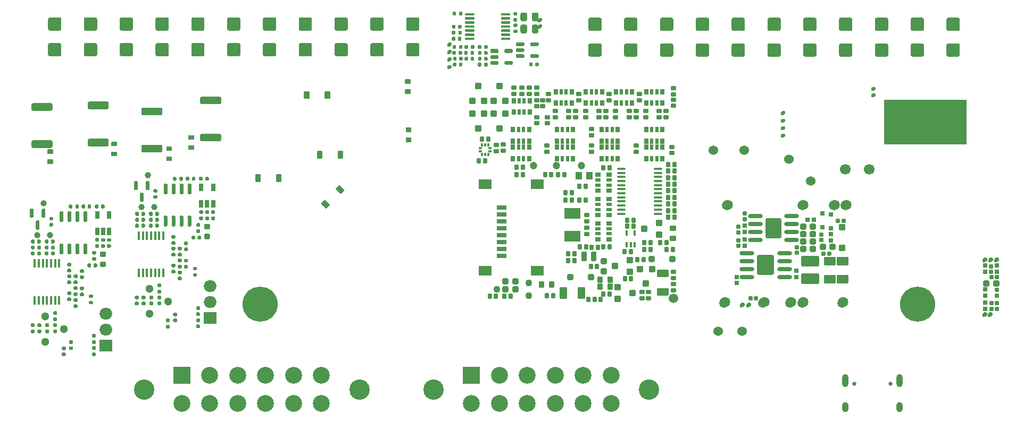
<source format=gbs>
G75*
G70*
%OFA0B0*%
%FSLAX25Y25*%
%IPPOS*%
%LPD*%
%AMOC8*
5,1,8,0,0,1.08239X$1,22.5*
%
%AMM116*
21,1,0.025200,0.019680,-0.000000,0.000000,90.000000*
21,1,0.015750,0.029130,-0.000000,0.000000,90.000000*
1,1,0.009450,0.009840,0.007870*
1,1,0.009450,0.009840,-0.007870*
1,1,0.009450,-0.009840,-0.007870*
1,1,0.009450,-0.009840,0.007870*
%
%AMM117*
21,1,0.025200,0.019680,-0.000000,0.000000,0.000000*
21,1,0.015750,0.029130,-0.000000,0.000000,0.000000*
1,1,0.009450,0.007870,-0.009840*
1,1,0.009450,-0.007870,-0.009840*
1,1,0.009450,-0.007870,0.009840*
1,1,0.009450,0.007870,0.009840*
%
%AMM124*
21,1,0.038980,0.026770,-0.000000,0.000000,0.000000*
21,1,0.026770,0.038980,-0.000000,0.000000,0.000000*
1,1,0.012210,0.013390,-0.013390*
1,1,0.012210,-0.013390,-0.013390*
1,1,0.012210,-0.013390,0.013390*
1,1,0.012210,0.013390,0.013390*
%
%AMM125*
21,1,0.029130,0.018900,-0.000000,0.000000,270.000000*
21,1,0.018900,0.029130,-0.000000,0.000000,270.000000*
1,1,0.010240,-0.009450,-0.009450*
1,1,0.010240,-0.009450,0.009450*
1,1,0.010240,0.009450,0.009450*
1,1,0.010240,0.009450,-0.009450*
%
%AMM183*
21,1,0.041340,0.026770,0.000000,-0.000000,270.000000*
21,1,0.029130,0.038980,0.000000,-0.000000,270.000000*
1,1,0.012210,-0.013390,-0.014570*
1,1,0.012210,-0.013390,0.014570*
1,1,0.012210,0.013390,0.014570*
1,1,0.012210,0.013390,-0.014570*
%
%AMM184*
21,1,0.076380,0.036220,0.000000,-0.000000,0.000000*
21,1,0.061810,0.050790,0.000000,-0.000000,0.000000*
1,1,0.014570,0.030910,-0.018110*
1,1,0.014570,-0.030910,-0.018110*
1,1,0.014570,-0.030910,0.018110*
1,1,0.014570,0.030910,0.018110*
%
%AMM187*
21,1,0.029130,0.018900,0.000000,-0.000000,0.000000*
21,1,0.018900,0.029130,0.000000,-0.000000,0.000000*
1,1,0.010240,0.009450,-0.009450*
1,1,0.010240,-0.009450,-0.009450*
1,1,0.010240,-0.009450,0.009450*
1,1,0.010240,0.009450,0.009450*
%
%AMM188*
21,1,0.025200,0.019680,0.000000,-0.000000,270.000000*
21,1,0.015750,0.029130,0.000000,-0.000000,270.000000*
1,1,0.009450,-0.009840,-0.007870*
1,1,0.009450,-0.009840,0.007870*
1,1,0.009450,0.009840,0.007870*
1,1,0.009450,0.009840,-0.007870*
%
%AMM189*
21,1,0.025200,0.019680,0.000000,-0.000000,180.000000*
21,1,0.015750,0.029130,0.000000,-0.000000,180.000000*
1,1,0.009450,-0.007870,0.009840*
1,1,0.009450,0.007870,0.009840*
1,1,0.009450,0.007870,-0.009840*
1,1,0.009450,-0.007870,-0.009840*
%
%AMM195*
21,1,0.111810,0.050390,0.000000,-0.000000,0.000000*
21,1,0.093700,0.068500,0.000000,-0.000000,0.000000*
1,1,0.018110,0.046850,-0.025200*
1,1,0.018110,-0.046850,-0.025200*
1,1,0.018110,-0.046850,0.025200*
1,1,0.018110,0.046850,0.025200*
%
%AMM196*
21,1,0.038980,0.026770,0.000000,-0.000000,180.000000*
21,1,0.026770,0.038980,0.000000,-0.000000,180.000000*
1,1,0.012210,-0.013390,0.013390*
1,1,0.012210,0.013390,0.013390*
1,1,0.012210,0.013390,-0.013390*
1,1,0.012210,-0.013390,-0.013390*
%
%AMM197*
21,1,0.029130,0.018900,0.000000,-0.000000,90.000000*
21,1,0.018900,0.029130,0.000000,-0.000000,90.000000*
1,1,0.010240,0.009450,0.009450*
1,1,0.010240,0.009450,-0.009450*
1,1,0.010240,-0.009450,-0.009450*
1,1,0.010240,-0.009450,0.009450*
%
%AMM198*
21,1,0.127560,0.075590,0.000000,-0.000000,90.000000*
21,1,0.103150,0.100000,0.000000,-0.000000,90.000000*
1,1,0.024410,0.037800,0.051580*
1,1,0.024410,0.037800,-0.051580*
1,1,0.024410,-0.037800,-0.051580*
1,1,0.024410,-0.037800,0.051580*
%
%AMM199*
21,1,0.123620,0.083460,0.000000,-0.000000,270.000000*
21,1,0.097240,0.109840,0.000000,-0.000000,270.000000*
1,1,0.026380,-0.041730,-0.048620*
1,1,0.026380,-0.041730,0.048620*
1,1,0.026380,0.041730,0.048620*
1,1,0.026380,0.041730,-0.048620*
%
%AMM271*
21,1,0.029530,0.026380,-0.000000,-0.000000,90.000000*
21,1,0.020470,0.035430,-0.000000,-0.000000,90.000000*
1,1,0.009060,0.013190,0.010240*
1,1,0.009060,0.013190,-0.010240*
1,1,0.009060,-0.013190,-0.010240*
1,1,0.009060,-0.013190,0.010240*
%
%AMM272*
21,1,0.021650,0.027950,-0.000000,-0.000000,90.000000*
21,1,0.014170,0.035430,-0.000000,-0.000000,90.000000*
1,1,0.007480,0.013980,0.007090*
1,1,0.007480,0.013980,-0.007090*
1,1,0.007480,-0.013980,-0.007090*
1,1,0.007480,-0.013980,0.007090*
%
%AMM275*
21,1,0.031500,0.018900,-0.000000,-0.000000,270.000000*
21,1,0.022840,0.027560,-0.000000,-0.000000,270.000000*
1,1,0.008660,-0.009450,-0.011420*
1,1,0.008660,-0.009450,0.011420*
1,1,0.008660,0.009450,0.011420*
1,1,0.008660,0.009450,-0.011420*
%
%AMM277*
21,1,0.031500,0.018900,-0.000000,-0.000000,0.000000*
21,1,0.022840,0.027560,-0.000000,-0.000000,0.000000*
1,1,0.008660,0.011420,-0.009450*
1,1,0.008660,-0.011420,-0.009450*
1,1,0.008660,-0.011420,0.009450*
1,1,0.008660,0.011420,0.009450*
%
%AMM279*
21,1,0.039370,0.030320,-0.000000,-0.000000,90.000000*
21,1,0.028350,0.041340,-0.000000,-0.000000,90.000000*
1,1,0.011020,0.015160,0.014170*
1,1,0.011020,0.015160,-0.014170*
1,1,0.011020,-0.015160,-0.014170*
1,1,0.011020,-0.015160,0.014170*
%
%AMM282*
21,1,0.031500,0.030710,-0.000000,-0.000000,180.000000*
21,1,0.022050,0.040160,-0.000000,-0.000000,180.000000*
1,1,0.009450,-0.011020,0.015350*
1,1,0.009450,0.011020,0.015350*
1,1,0.009450,0.011020,-0.015350*
1,1,0.009450,-0.011020,-0.015350*
%
%AMM297*
21,1,0.037400,0.026770,-0.000000,-0.000000,270.000000*
21,1,0.026770,0.037400,-0.000000,-0.000000,270.000000*
1,1,0.010630,-0.013390,-0.013390*
1,1,0.010630,-0.013390,0.013390*
1,1,0.010630,0.013390,0.013390*
1,1,0.010630,0.013390,-0.013390*
%
%AMM298*
21,1,0.029530,0.026380,-0.000000,-0.000000,180.000000*
21,1,0.020470,0.035430,-0.000000,-0.000000,180.000000*
1,1,0.009060,-0.010240,0.013190*
1,1,0.009060,0.010240,0.013190*
1,1,0.009060,0.010240,-0.013190*
1,1,0.009060,-0.010240,-0.013190*
%
%AMM299*
21,1,0.021650,0.027950,-0.000000,-0.000000,180.000000*
21,1,0.014170,0.035430,-0.000000,-0.000000,180.000000*
1,1,0.007480,-0.007090,0.013980*
1,1,0.007480,0.007090,0.013980*
1,1,0.007480,0.007090,-0.013980*
1,1,0.007480,-0.007090,-0.013980*
%
%AMM300*
21,1,0.037400,0.026770,-0.000000,-0.000000,180.000000*
21,1,0.026770,0.037400,-0.000000,-0.000000,180.000000*
1,1,0.010630,-0.013390,0.013390*
1,1,0.010630,0.013390,0.013390*
1,1,0.010630,0.013390,-0.013390*
1,1,0.010630,-0.013390,-0.013390*
%
%AMM301*
21,1,0.082680,0.045670,-0.000000,-0.000000,0.000000*
21,1,0.067320,0.061020,-0.000000,-0.000000,0.000000*
1,1,0.015350,0.033660,-0.022840*
1,1,0.015350,-0.033660,-0.022840*
1,1,0.015350,-0.033660,0.022840*
1,1,0.015350,0.033660,0.022840*
%
%AMM302*
21,1,0.062990,0.020470,-0.000000,-0.000000,0.000000*
21,1,0.053940,0.029530,-0.000000,-0.000000,0.000000*
1,1,0.009060,0.026970,-0.010240*
1,1,0.009060,-0.026970,-0.010240*
1,1,0.009060,-0.026970,0.010240*
1,1,0.009060,0.026970,0.010240*
%
%AMM303*
21,1,0.039370,0.030320,-0.000000,-0.000000,0.000000*
21,1,0.028350,0.041340,-0.000000,-0.000000,0.000000*
1,1,0.011020,0.014170,-0.015160*
1,1,0.011020,-0.014170,-0.015160*
1,1,0.011020,-0.014170,0.015160*
1,1,0.011020,0.014170,0.015160*
%
%AMM304*
21,1,0.016540,0.028980,-0.000000,-0.000000,0.000000*
21,1,0.010080,0.035430,-0.000000,-0.000000,0.000000*
1,1,0.006460,0.005040,-0.014490*
1,1,0.006460,-0.005040,-0.014490*
1,1,0.006460,-0.005040,0.014490*
1,1,0.006460,0.005040,0.014490*
%
%AMM305*
21,1,0.074800,0.036220,-0.000000,-0.000000,180.000000*
21,1,0.061810,0.049210,-0.000000,-0.000000,180.000000*
1,1,0.012990,-0.030910,0.018110*
1,1,0.012990,0.030910,0.018110*
1,1,0.012990,0.030910,-0.018110*
1,1,0.012990,-0.030910,-0.018110*
%
%AMM306*
21,1,0.039760,0.026770,-0.000000,-0.000000,180.000000*
21,1,0.029130,0.037400,-0.000000,-0.000000,180.000000*
1,1,0.010630,-0.014570,0.013390*
1,1,0.010630,0.014570,0.013390*
1,1,0.010630,0.014570,-0.013390*
1,1,0.010630,-0.014570,-0.013390*
%
%AMM307*
21,1,0.031500,0.049610,-0.000000,-0.000000,180.000000*
21,1,0.022050,0.059060,-0.000000,-0.000000,180.000000*
1,1,0.009450,-0.011020,0.024800*
1,1,0.009450,0.011020,0.024800*
1,1,0.009450,0.011020,-0.024800*
1,1,0.009450,-0.011020,-0.024800*
%
%AMM308*
21,1,0.074800,0.036220,-0.000000,-0.000000,270.000000*
21,1,0.061810,0.049210,-0.000000,-0.000000,270.000000*
1,1,0.012990,-0.018110,-0.030910*
1,1,0.012990,-0.018110,0.030910*
1,1,0.012990,0.018110,0.030910*
1,1,0.012990,0.018110,-0.030910*
%
%AMM309*
21,1,0.031500,0.030710,-0.000000,-0.000000,270.000000*
21,1,0.022050,0.040160,-0.000000,-0.000000,270.000000*
1,1,0.009450,-0.015350,-0.011020*
1,1,0.009450,-0.015350,0.011020*
1,1,0.009450,0.015350,0.011020*
1,1,0.009450,0.015350,-0.011020*
%
%ADD10C,0.06000*%
%ADD119C,0.02913*%
%ADD120C,0.06457*%
%ADD13R,0.10559X0.10559*%
%ADD14C,0.10559*%
%ADD143C,0.05118*%
%ADD15C,0.12756*%
%ADD156C,0.03900*%
%ADD16C,0.22047*%
%ADD17C,0.02362*%
%ADD212C,0.04724*%
%ADD213C,0.04294*%
%ADD238R,0.01772X0.01870*%
%ADD240O,0.05354X0.01378*%
%ADD243R,0.09843X0.07087*%
%ADD244R,0.01870X0.01772*%
%ADD246R,0.04331X0.04724*%
%ADD274M116*%
%ADD275M117*%
%ADD283M124*%
%ADD284M125*%
%ADD285O,0.09213X0.02520*%
%ADD34C,0.05906*%
%ADD343M183*%
%ADD344M184*%
%ADD347M187*%
%ADD348M188*%
%ADD349M189*%
%ADD355M195*%
%ADD356M196*%
%ADD357M197*%
%ADD358M198*%
%ADD359M199*%
%ADD368R,0.07874X0.07500*%
%ADD369O,0.07874X0.07500*%
%ADD371R,0.01772X0.05709*%
%ADD372R,0.02559X0.04803*%
%ADD44C,0.06693*%
%ADD46O,0.03937X0.08268*%
%ADD464M271*%
%ADD465M272*%
%ADD468M275*%
%ADD47O,0.03937X0.06299*%
%ADD470M277*%
%ADD472M279*%
%ADD475M282*%
%ADD490M297*%
%ADD491M298*%
%ADD492M299*%
%ADD493M300*%
%ADD494M301*%
%ADD495M302*%
%ADD496M303*%
%ADD497M304*%
%ADD498M305*%
%ADD499M306*%
%ADD500M307*%
%ADD501M308*%
%ADD502M309*%
%ADD65C,0.00472*%
%ADD66C,0.02559*%
X0000000Y0000000D02*
%LPD*%
G01*
D65*
X0604478Y0177362D02*
X0553297Y0177362D01*
X0553297Y0204921D01*
X0604478Y0204921D01*
X0604478Y0177362D01*
G36*
X0604478Y0177362D02*
G01*
X0553297Y0177362D01*
X0553297Y0204921D01*
X0604478Y0204921D01*
X0604478Y0177362D01*
G37*
D10*
X0464291Y0059646D03*
X0449291Y0059646D03*
D13*
X0294626Y0031890D03*
D14*
X0312146Y0031890D03*
X0329626Y0031890D03*
X0347146Y0031890D03*
X0364626Y0031890D03*
X0382146Y0031890D03*
X0382146Y0014370D03*
X0364626Y0014370D03*
X0347146Y0014370D03*
X0329626Y0014370D03*
X0312146Y0014370D03*
X0294626Y0014370D03*
D15*
X0270866Y0023110D03*
X0405866Y0023110D03*
D16*
X0162106Y0076477D03*
D17*
X0615748Y0104036D03*
X0619488Y0104036D03*
X0623228Y0104036D03*
X0619291Y0069784D03*
X0615748Y0069784D03*
X0280512Y0234744D03*
X0280512Y0239469D03*
X0280512Y0230020D03*
X0280512Y0225295D03*
X0337303Y0250728D03*
X0337303Y0254665D03*
D34*
X0526968Y0077461D03*
X0501772Y0077461D03*
X0494291Y0077461D03*
X0477362Y0077461D03*
D17*
X0467913Y0075689D03*
X0463976Y0075689D03*
D34*
X0452756Y0077461D03*
X0528740Y0138484D03*
X0521457Y0138484D03*
X0501968Y0138484D03*
X0454528Y0138484D03*
G36*
G01*
X0253740Y0233268D02*
X0253740Y0239567D01*
G75*
G02*
X0254724Y0240551I0000984J0000000D01*
G01*
X0261024Y0240551D01*
G75*
G02*
X0262008Y0239567I0000000J-000984D01*
G01*
X0262008Y0233268D01*
G75*
G02*
X0261024Y0232284I-000984J0000000D01*
G01*
X0254724Y0232284D01*
G75*
G02*
X0253740Y0233268I0000000J0000984D01*
G01*
G37*
G36*
G01*
X0231299Y0233268D02*
X0231299Y0239567D01*
G75*
G02*
X0232283Y0240551I0000984J0000000D01*
G01*
X0238583Y0240551D01*
G75*
G02*
X0239567Y0239567I0000000J-000984D01*
G01*
X0239567Y0233268D01*
G75*
G02*
X0238583Y0232284I-000984J0000000D01*
G01*
X0232283Y0232284D01*
G75*
G02*
X0231299Y0233268I0000000J0000984D01*
G01*
G37*
G36*
G01*
X0208858Y0233268D02*
X0208858Y0239567D01*
G75*
G02*
X0209843Y0240551I0000984J0000000D01*
G01*
X0216142Y0240551D01*
G75*
G02*
X0217126Y0239567I0000000J-000984D01*
G01*
X0217126Y0233268D01*
G75*
G02*
X0216142Y0232284I-000984J0000000D01*
G01*
X0209843Y0232284D01*
G75*
G02*
X0208858Y0233268I0000000J0000984D01*
G01*
G37*
G36*
G01*
X0186417Y0233268D02*
X0186417Y0239567D01*
G75*
G02*
X0187402Y0240551I0000984J0000000D01*
G01*
X0193701Y0240551D01*
G75*
G02*
X0194685Y0239567I0000000J-000984D01*
G01*
X0194685Y0233268D01*
G75*
G02*
X0193701Y0232284I-000984J0000000D01*
G01*
X0187402Y0232284D01*
G75*
G02*
X0186417Y0233268I0000000J0000984D01*
G01*
G37*
G36*
G01*
X0163976Y0233268D02*
X0163976Y0239567D01*
G75*
G02*
X0164961Y0240551I0000984J0000000D01*
G01*
X0171260Y0240551D01*
G75*
G02*
X0172244Y0239567I0000000J-000984D01*
G01*
X0172244Y0233268D01*
G75*
G02*
X0171260Y0232284I-000984J0000000D01*
G01*
X0164961Y0232284D01*
G75*
G02*
X0163976Y0233268I0000000J0000984D01*
G01*
G37*
G36*
G01*
X0141535Y0233268D02*
X0141535Y0239567D01*
G75*
G02*
X0142520Y0240551I0000984J0000000D01*
G01*
X0148819Y0240551D01*
G75*
G02*
X0149803Y0239567I0000000J-000984D01*
G01*
X0149803Y0233268D01*
G75*
G02*
X0148819Y0232284I-000984J0000000D01*
G01*
X0142520Y0232284D01*
G75*
G02*
X0141535Y0233268I0000000J0000984D01*
G01*
G37*
G36*
G01*
X0119094Y0233268D02*
X0119094Y0239567D01*
G75*
G02*
X0120079Y0240551I0000984J0000000D01*
G01*
X0126378Y0240551D01*
G75*
G02*
X0127362Y0239567I0000000J-000984D01*
G01*
X0127362Y0233268D01*
G75*
G02*
X0126378Y0232284I-000984J0000000D01*
G01*
X0120079Y0232284D01*
G75*
G02*
X0119094Y0233268I0000000J0000984D01*
G01*
G37*
G36*
G01*
X0096654Y0233268D02*
X0096654Y0239567D01*
G75*
G02*
X0097638Y0240551I0000984J0000000D01*
G01*
X0103937Y0240551D01*
G75*
G02*
X0104921Y0239567I0000000J-000984D01*
G01*
X0104921Y0233268D01*
G75*
G02*
X0103937Y0232284I-000984J0000000D01*
G01*
X0097638Y0232284D01*
G75*
G02*
X0096654Y0233268I0000000J0000984D01*
G01*
G37*
G36*
G01*
X0074213Y0233268D02*
X0074213Y0239567D01*
G75*
G02*
X0075197Y0240551I0000984J0000000D01*
G01*
X0081496Y0240551D01*
G75*
G02*
X0082480Y0239567I0000000J-000984D01*
G01*
X0082480Y0233268D01*
G75*
G02*
X0081496Y0232284I-000984J0000000D01*
G01*
X0075197Y0232284D01*
G75*
G02*
X0074213Y0233268I0000000J0000984D01*
G01*
G37*
G36*
G01*
X0051772Y0233268D02*
X0051772Y0239567D01*
G75*
G02*
X0052756Y0240551I0000984J0000000D01*
G01*
X0059055Y0240551D01*
G75*
G02*
X0060039Y0239567I0000000J-000984D01*
G01*
X0060039Y0233268D01*
G75*
G02*
X0059055Y0232284I-000984J0000000D01*
G01*
X0052756Y0232284D01*
G75*
G02*
X0051772Y0233268I0000000J0000984D01*
G01*
G37*
G36*
G01*
X0029331Y0233268D02*
X0029331Y0239567D01*
G75*
G02*
X0030315Y0240551I0000984J0000000D01*
G01*
X0036614Y0240551D01*
G75*
G02*
X0037598Y0239567I0000000J-000984D01*
G01*
X0037598Y0233268D01*
G75*
G02*
X0036614Y0232284I-000984J0000000D01*
G01*
X0030315Y0232284D01*
G75*
G02*
X0029331Y0233268I0000000J0000984D01*
G01*
G37*
G36*
G01*
X0253740Y0249410D02*
X0253740Y0255709D01*
G75*
G02*
X0254724Y0256693I0000984J0000000D01*
G01*
X0261024Y0256693D01*
G75*
G02*
X0262008Y0255709I0000000J-000984D01*
G01*
X0262008Y0249410D01*
G75*
G02*
X0261024Y0248425I-000984J0000000D01*
G01*
X0254724Y0248425D01*
G75*
G02*
X0253740Y0249410I0000000J0000984D01*
G01*
G37*
G36*
G01*
X0231299Y0249410D02*
X0231299Y0255709D01*
G75*
G02*
X0232283Y0256693I0000984J0000000D01*
G01*
X0238583Y0256693D01*
G75*
G02*
X0239567Y0255709I0000000J-000984D01*
G01*
X0239567Y0249410D01*
G75*
G02*
X0238583Y0248425I-000984J0000000D01*
G01*
X0232283Y0248425D01*
G75*
G02*
X0231299Y0249410I0000000J0000984D01*
G01*
G37*
G36*
G01*
X0208858Y0249410D02*
X0208858Y0255709D01*
G75*
G02*
X0209843Y0256693I0000984J0000000D01*
G01*
X0216142Y0256693D01*
G75*
G02*
X0217126Y0255709I0000000J-000984D01*
G01*
X0217126Y0249410D01*
G75*
G02*
X0216142Y0248425I-000984J0000000D01*
G01*
X0209843Y0248425D01*
G75*
G02*
X0208858Y0249410I0000000J0000984D01*
G01*
G37*
G36*
G01*
X0186417Y0249410D02*
X0186417Y0255709D01*
G75*
G02*
X0187402Y0256693I0000984J0000000D01*
G01*
X0193701Y0256693D01*
G75*
G02*
X0194685Y0255709I0000000J-000984D01*
G01*
X0194685Y0249410D01*
G75*
G02*
X0193701Y0248425I-000984J0000000D01*
G01*
X0187402Y0248425D01*
G75*
G02*
X0186417Y0249410I0000000J0000984D01*
G01*
G37*
G36*
G01*
X0163976Y0249410D02*
X0163976Y0255709D01*
G75*
G02*
X0164961Y0256693I0000984J0000000D01*
G01*
X0171260Y0256693D01*
G75*
G02*
X0172244Y0255709I0000000J-000984D01*
G01*
X0172244Y0249410D01*
G75*
G02*
X0171260Y0248425I-000984J0000000D01*
G01*
X0164961Y0248425D01*
G75*
G02*
X0163976Y0249410I0000000J0000984D01*
G01*
G37*
G36*
G01*
X0141535Y0249410D02*
X0141535Y0255709D01*
G75*
G02*
X0142520Y0256693I0000984J0000000D01*
G01*
X0148819Y0256693D01*
G75*
G02*
X0149803Y0255709I0000000J-000984D01*
G01*
X0149803Y0249410D01*
G75*
G02*
X0148819Y0248425I-000984J0000000D01*
G01*
X0142520Y0248425D01*
G75*
G02*
X0141535Y0249410I0000000J0000984D01*
G01*
G37*
G36*
G01*
X0119094Y0249410D02*
X0119094Y0255709D01*
G75*
G02*
X0120079Y0256693I0000984J0000000D01*
G01*
X0126378Y0256693D01*
G75*
G02*
X0127362Y0255709I0000000J-000984D01*
G01*
X0127362Y0249410D01*
G75*
G02*
X0126378Y0248425I-000984J0000000D01*
G01*
X0120079Y0248425D01*
G75*
G02*
X0119094Y0249410I0000000J0000984D01*
G01*
G37*
G36*
G01*
X0096654Y0249410D02*
X0096654Y0255709D01*
G75*
G02*
X0097638Y0256693I0000984J0000000D01*
G01*
X0103937Y0256693D01*
G75*
G02*
X0104921Y0255709I0000000J-000984D01*
G01*
X0104921Y0249410D01*
G75*
G02*
X0103937Y0248425I-000984J0000000D01*
G01*
X0097638Y0248425D01*
G75*
G02*
X0096654Y0249410I0000000J0000984D01*
G01*
G37*
G36*
G01*
X0074213Y0249410D02*
X0074213Y0255709D01*
G75*
G02*
X0075197Y0256693I0000984J0000000D01*
G01*
X0081496Y0256693D01*
G75*
G02*
X0082480Y0255709I0000000J-000984D01*
G01*
X0082480Y0249410D01*
G75*
G02*
X0081496Y0248425I-000984J0000000D01*
G01*
X0075197Y0248425D01*
G75*
G02*
X0074213Y0249410I0000000J0000984D01*
G01*
G37*
G36*
G01*
X0051772Y0249410D02*
X0051772Y0255709D01*
G75*
G02*
X0052756Y0256693I0000984J0000000D01*
G01*
X0059055Y0256693D01*
G75*
G02*
X0060039Y0255709I0000000J-000984D01*
G01*
X0060039Y0249410D01*
G75*
G02*
X0059055Y0248425I-000984J0000000D01*
G01*
X0052756Y0248425D01*
G75*
G02*
X0051772Y0249410I0000000J0000984D01*
G01*
G37*
G36*
G01*
X0029331Y0249410D02*
X0029331Y0255709D01*
G75*
G02*
X0030315Y0256693I0000984J0000000D01*
G01*
X0036614Y0256693D01*
G75*
G02*
X0037598Y0255709I0000000J-000984D01*
G01*
X0037598Y0249410D01*
G75*
G02*
X0036614Y0248425I-000984J0000000D01*
G01*
X0030315Y0248425D01*
G75*
G02*
X0029331Y0249410I0000000J0000984D01*
G01*
G37*
G36*
G01*
X0592323Y0233071D02*
X0592323Y0239370D01*
G75*
G02*
X0593307Y0240354I0000984J0000000D01*
G01*
X0599606Y0240354D01*
G75*
G02*
X0600591Y0239370I0000000J-000984D01*
G01*
X0600591Y0233071D01*
G75*
G02*
X0599606Y0232087I-000984J0000000D01*
G01*
X0593307Y0232087D01*
G75*
G02*
X0592323Y0233071I0000000J0000984D01*
G01*
G37*
G36*
G01*
X0569882Y0233071D02*
X0569882Y0239370D01*
G75*
G02*
X0570866Y0240354I0000984J0000000D01*
G01*
X0577165Y0240354D01*
G75*
G02*
X0578150Y0239370I0000000J-000984D01*
G01*
X0578150Y0233071D01*
G75*
G02*
X0577165Y0232087I-000984J0000000D01*
G01*
X0570866Y0232087D01*
G75*
G02*
X0569882Y0233071I0000000J0000984D01*
G01*
G37*
G36*
G01*
X0547441Y0233071D02*
X0547441Y0239370D01*
G75*
G02*
X0548425Y0240354I0000984J0000000D01*
G01*
X0554724Y0240354D01*
G75*
G02*
X0555709Y0239370I0000000J-000984D01*
G01*
X0555709Y0233071D01*
G75*
G02*
X0554724Y0232087I-000984J0000000D01*
G01*
X0548425Y0232087D01*
G75*
G02*
X0547441Y0233071I0000000J0000984D01*
G01*
G37*
G36*
G01*
X0525000Y0233071D02*
X0525000Y0239370D01*
G75*
G02*
X0525984Y0240354I0000984J0000000D01*
G01*
X0532283Y0240354D01*
G75*
G02*
X0533268Y0239370I0000000J-000984D01*
G01*
X0533268Y0233071D01*
G75*
G02*
X0532283Y0232087I-000984J0000000D01*
G01*
X0525984Y0232087D01*
G75*
G02*
X0525000Y0233071I0000000J0000984D01*
G01*
G37*
G36*
G01*
X0502559Y0233071D02*
X0502559Y0239370D01*
G75*
G02*
X0503543Y0240354I0000984J0000000D01*
G01*
X0509842Y0240354D01*
G75*
G02*
X0510827Y0239370I0000000J-000984D01*
G01*
X0510827Y0233071D01*
G75*
G02*
X0509842Y0232087I-000984J0000000D01*
G01*
X0503543Y0232087D01*
G75*
G02*
X0502559Y0233071I0000000J0000984D01*
G01*
G37*
G36*
G01*
X0480118Y0233071D02*
X0480118Y0239370D01*
G75*
G02*
X0481102Y0240354I0000984J0000000D01*
G01*
X0487402Y0240354D01*
G75*
G02*
X0488386Y0239370I0000000J-000984D01*
G01*
X0488386Y0233071D01*
G75*
G02*
X0487402Y0232087I-000984J0000000D01*
G01*
X0481102Y0232087D01*
G75*
G02*
X0480118Y0233071I0000000J0000984D01*
G01*
G37*
G36*
G01*
X0457677Y0233071D02*
X0457677Y0239370D01*
G75*
G02*
X0458661Y0240354I0000984J0000000D01*
G01*
X0464961Y0240354D01*
G75*
G02*
X0465945Y0239370I0000000J-000984D01*
G01*
X0465945Y0233071D01*
G75*
G02*
X0464961Y0232087I-000984J0000000D01*
G01*
X0458661Y0232087D01*
G75*
G02*
X0457677Y0233071I0000000J0000984D01*
G01*
G37*
G36*
G01*
X0435236Y0233071D02*
X0435236Y0239370D01*
G75*
G02*
X0436220Y0240354I0000984J0000000D01*
G01*
X0442520Y0240354D01*
G75*
G02*
X0443504Y0239370I0000000J-000984D01*
G01*
X0443504Y0233071D01*
G75*
G02*
X0442520Y0232087I-000984J0000000D01*
G01*
X0436220Y0232087D01*
G75*
G02*
X0435236Y0233071I0000000J0000984D01*
G01*
G37*
G36*
G01*
X0412795Y0233071D02*
X0412795Y0239370D01*
G75*
G02*
X0413780Y0240354I0000984J0000000D01*
G01*
X0420079Y0240354D01*
G75*
G02*
X0421063Y0239370I0000000J-000984D01*
G01*
X0421063Y0233071D01*
G75*
G02*
X0420079Y0232087I-000984J0000000D01*
G01*
X0413780Y0232087D01*
G75*
G02*
X0412795Y0233071I0000000J0000984D01*
G01*
G37*
G36*
G01*
X0390354Y0233071D02*
X0390354Y0239370D01*
G75*
G02*
X0391339Y0240354I0000984J0000000D01*
G01*
X0397638Y0240354D01*
G75*
G02*
X0398622Y0239370I0000000J-000984D01*
G01*
X0398622Y0233071D01*
G75*
G02*
X0397638Y0232087I-000984J0000000D01*
G01*
X0391339Y0232087D01*
G75*
G02*
X0390354Y0233071I0000000J0000984D01*
G01*
G37*
G36*
G01*
X0367913Y0233071D02*
X0367913Y0239370D01*
G75*
G02*
X0368898Y0240354I0000984J0000000D01*
G01*
X0375197Y0240354D01*
G75*
G02*
X0376181Y0239370I0000000J-000984D01*
G01*
X0376181Y0233071D01*
G75*
G02*
X0375197Y0232087I-000984J0000000D01*
G01*
X0368898Y0232087D01*
G75*
G02*
X0367913Y0233071I0000000J0000984D01*
G01*
G37*
G36*
G01*
X0592323Y0249213D02*
X0592323Y0255512D01*
G75*
G02*
X0593307Y0256496I0000984J0000000D01*
G01*
X0599606Y0256496D01*
G75*
G02*
X0600591Y0255512I0000000J-000984D01*
G01*
X0600591Y0249213D01*
G75*
G02*
X0599606Y0248228I-000984J0000000D01*
G01*
X0593307Y0248228D01*
G75*
G02*
X0592323Y0249213I0000000J0000984D01*
G01*
G37*
G36*
G01*
X0569882Y0249213D02*
X0569882Y0255512D01*
G75*
G02*
X0570866Y0256496I0000984J0000000D01*
G01*
X0577165Y0256496D01*
G75*
G02*
X0578150Y0255512I0000000J-000984D01*
G01*
X0578150Y0249213D01*
G75*
G02*
X0577165Y0248228I-000984J0000000D01*
G01*
X0570866Y0248228D01*
G75*
G02*
X0569882Y0249213I0000000J0000984D01*
G01*
G37*
G36*
G01*
X0547441Y0249213D02*
X0547441Y0255512D01*
G75*
G02*
X0548425Y0256496I0000984J0000000D01*
G01*
X0554724Y0256496D01*
G75*
G02*
X0555709Y0255512I0000000J-000984D01*
G01*
X0555709Y0249213D01*
G75*
G02*
X0554724Y0248228I-000984J0000000D01*
G01*
X0548425Y0248228D01*
G75*
G02*
X0547441Y0249213I0000000J0000984D01*
G01*
G37*
G36*
G01*
X0525000Y0249213D02*
X0525000Y0255512D01*
G75*
G02*
X0525984Y0256496I0000984J0000000D01*
G01*
X0532283Y0256496D01*
G75*
G02*
X0533268Y0255512I0000000J-000984D01*
G01*
X0533268Y0249213D01*
G75*
G02*
X0532283Y0248228I-000984J0000000D01*
G01*
X0525984Y0248228D01*
G75*
G02*
X0525000Y0249213I0000000J0000984D01*
G01*
G37*
G36*
G01*
X0502559Y0249213D02*
X0502559Y0255512D01*
G75*
G02*
X0503543Y0256496I0000984J0000000D01*
G01*
X0509842Y0256496D01*
G75*
G02*
X0510827Y0255512I0000000J-000984D01*
G01*
X0510827Y0249213D01*
G75*
G02*
X0509842Y0248228I-000984J0000000D01*
G01*
X0503543Y0248228D01*
G75*
G02*
X0502559Y0249213I0000000J0000984D01*
G01*
G37*
G36*
G01*
X0480118Y0249213D02*
X0480118Y0255512D01*
G75*
G02*
X0481102Y0256496I0000984J0000000D01*
G01*
X0487402Y0256496D01*
G75*
G02*
X0488386Y0255512I0000000J-000984D01*
G01*
X0488386Y0249213D01*
G75*
G02*
X0487402Y0248228I-000984J0000000D01*
G01*
X0481102Y0248228D01*
G75*
G02*
X0480118Y0249213I0000000J0000984D01*
G01*
G37*
G36*
G01*
X0457677Y0249213D02*
X0457677Y0255512D01*
G75*
G02*
X0458661Y0256496I0000984J0000000D01*
G01*
X0464961Y0256496D01*
G75*
G02*
X0465945Y0255512I0000000J-000984D01*
G01*
X0465945Y0249213D01*
G75*
G02*
X0464961Y0248228I-000984J0000000D01*
G01*
X0458661Y0248228D01*
G75*
G02*
X0457677Y0249213I0000000J0000984D01*
G01*
G37*
G36*
G01*
X0435236Y0249213D02*
X0435236Y0255512D01*
G75*
G02*
X0436220Y0256496I0000984J0000000D01*
G01*
X0442520Y0256496D01*
G75*
G02*
X0443504Y0255512I0000000J-000984D01*
G01*
X0443504Y0249213D01*
G75*
G02*
X0442520Y0248228I-000984J0000000D01*
G01*
X0436220Y0248228D01*
G75*
G02*
X0435236Y0249213I0000000J0000984D01*
G01*
G37*
G36*
G01*
X0412795Y0249213D02*
X0412795Y0255512D01*
G75*
G02*
X0413780Y0256496I0000984J0000000D01*
G01*
X0420079Y0256496D01*
G75*
G02*
X0421063Y0255512I0000000J-000984D01*
G01*
X0421063Y0249213D01*
G75*
G02*
X0420079Y0248228I-000984J0000000D01*
G01*
X0413780Y0248228D01*
G75*
G02*
X0412795Y0249213I0000000J0000984D01*
G01*
G37*
G36*
G01*
X0390354Y0249213D02*
X0390354Y0255512D01*
G75*
G02*
X0391339Y0256496I0000984J0000000D01*
G01*
X0397638Y0256496D01*
G75*
G02*
X0398622Y0255512I0000000J-000984D01*
G01*
X0398622Y0249213D01*
G75*
G02*
X0397638Y0248228I-000984J0000000D01*
G01*
X0391339Y0248228D01*
G75*
G02*
X0390354Y0249213I0000000J0000984D01*
G01*
G37*
G36*
G01*
X0367913Y0249213D02*
X0367913Y0255512D01*
G75*
G02*
X0368898Y0256496I0000984J0000000D01*
G01*
X0375197Y0256496D01*
G75*
G02*
X0376181Y0255512I0000000J-000984D01*
G01*
X0376181Y0249213D01*
G75*
G02*
X0375197Y0248228I-000984J0000000D01*
G01*
X0368898Y0248228D01*
G75*
G02*
X0367913Y0249213I0000000J0000984D01*
G01*
G37*
D17*
X0489370Y0191634D03*
X0489370Y0196358D03*
X0489370Y0186910D03*
X0489370Y0182185D03*
X0546161Y0207618D03*
X0546161Y0211555D03*
D44*
X0529035Y0161221D03*
D66*
X0534390Y0026595D03*
X0557146Y0026595D03*
D46*
X0528760Y0028563D03*
D47*
X0528760Y0012106D03*
D46*
X0562776Y0028563D03*
D47*
X0562776Y0012106D03*
D16*
X0574311Y0076477D03*
D44*
X0543917Y0161221D03*
D10*
X0446161Y0173425D03*
X0465453Y0173425D03*
D13*
X0113130Y0031890D03*
D14*
X0130650Y0031890D03*
X0148130Y0031890D03*
X0165650Y0031890D03*
X0183130Y0031890D03*
X0200650Y0031890D03*
X0200650Y0014370D03*
X0183130Y0014370D03*
X0165650Y0014370D03*
X0148130Y0014370D03*
X0130650Y0014370D03*
X0113130Y0014370D03*
D15*
X0089370Y0023110D03*
X0224370Y0023110D03*
D10*
X0493672Y0167647D03*
X0507313Y0154006D03*
G36*
G01*
X0100000Y0171949D02*
X0088780Y0171949D01*
G75*
G02*
X0087795Y0172933I0000000J0000984D01*
G01*
X0087795Y0175788D01*
G75*
G02*
X0088780Y0176772I0000984J0000000D01*
G01*
X0100000Y0176772D01*
G75*
G02*
X0100984Y0175788I0000000J-000984D01*
G01*
X0100984Y0172933D01*
G75*
G02*
X0100000Y0171949I-000984J0000000D01*
G01*
G37*
G36*
G01*
X0100000Y0195276D02*
X0088780Y0195276D01*
G75*
G02*
X0087795Y0196260I0000000J0000984D01*
G01*
X0087795Y0199114D01*
G75*
G02*
X0088780Y0200099I0000984J0000000D01*
G01*
X0100000Y0200099D01*
G75*
G02*
X0100984Y0199114I0000000J-000984D01*
G01*
X0100984Y0196260D01*
G75*
G02*
X0100000Y0195276I-000984J0000000D01*
G01*
G37*
G36*
G01*
X0136811Y0178839D02*
X0125591Y0178839D01*
G75*
G02*
X0124606Y0179823I0000000J0000984D01*
G01*
X0124606Y0182677D01*
G75*
G02*
X0125591Y0183662I0000984J0000000D01*
G01*
X0136811Y0183662D01*
G75*
G02*
X0137795Y0182677I0000000J-000984D01*
G01*
X0137795Y0179823D01*
G75*
G02*
X0136811Y0178839I-000984J0000000D01*
G01*
G37*
G36*
G01*
X0136811Y0202165D02*
X0125591Y0202165D01*
G75*
G02*
X0124606Y0203150I0000000J0000984D01*
G01*
X0124606Y0206004D01*
G75*
G02*
X0125591Y0206988I0000984J0000000D01*
G01*
X0136811Y0206988D01*
G75*
G02*
X0137795Y0206004I0000000J-000984D01*
G01*
X0137795Y0203150D01*
G75*
G02*
X0136811Y0202165I-000984J0000000D01*
G01*
G37*
G36*
G01*
X0072303Y0169587D02*
X0069232Y0169587D01*
G75*
G02*
X0068957Y0169862I0000000J0000276D01*
G01*
X0068957Y0172067D01*
G75*
G02*
X0069232Y0172343I0000276J0000000D01*
G01*
X0072303Y0172343D01*
G75*
G02*
X0072579Y0172067I0000000J-000276D01*
G01*
X0072579Y0169862D01*
G75*
G02*
X0072303Y0169587I-000276J0000000D01*
G01*
G37*
G36*
G01*
X0072303Y0175886D02*
X0069232Y0175886D01*
G75*
G02*
X0068957Y0176162I0000000J0000276D01*
G01*
X0068957Y0178366D01*
G75*
G02*
X0069232Y0178642I0000276J0000000D01*
G01*
X0072303Y0178642D01*
G75*
G02*
X0072579Y0178366I0000000J-000276D01*
G01*
X0072579Y0176162D01*
G75*
G02*
X0072303Y0175886I-000276J0000000D01*
G01*
G37*
G36*
G01*
X0206181Y0209882D02*
X0206181Y0205866D01*
G75*
G02*
X0205827Y0205512I-000354J0000000D01*
G01*
X0202992Y0205512D01*
G75*
G02*
X0202638Y0205866I0000000J0000354D01*
G01*
X0202638Y0209882D01*
G75*
G02*
X0202992Y0210236I0000354J0000000D01*
G01*
X0205827Y0210236D01*
G75*
G02*
X0206181Y0209882I0000000J-000354D01*
G01*
G37*
G36*
G01*
X0193189Y0209882D02*
X0193189Y0205866D01*
G75*
G02*
X0192835Y0205512I-000354J0000000D01*
G01*
X0190000Y0205512D01*
G75*
G02*
X0189646Y0205866I0000000J0000354D01*
G01*
X0189646Y0209882D01*
G75*
G02*
X0190000Y0210236I0000354J0000000D01*
G01*
X0192835Y0210236D01*
G75*
G02*
X0193189Y0209882I0000000J-000354D01*
G01*
G37*
G36*
G01*
X0212154Y0151313D02*
X0214994Y0148473D01*
G75*
G02*
X0214994Y0147972I-000251J-000251D01*
G01*
X0212989Y0145968D01*
G75*
G02*
X0212488Y0145968I-000251J0000251D01*
G01*
X0209649Y0148807D01*
G75*
G02*
X0209649Y0149308I0000251J0000251D01*
G01*
X0211653Y0151313D01*
G75*
G02*
X0212154Y0151313I0000251J-000251D01*
G01*
G37*
G36*
G01*
X0202967Y0142126D02*
X0205807Y0139286D01*
G75*
G02*
X0205807Y0138785I-000251J-000251D01*
G01*
X0203803Y0136781D01*
G75*
G02*
X0203301Y0136781I-000251J0000251D01*
G01*
X0200462Y0139620D01*
G75*
G02*
X0200462Y0140122I0000251J0000251D01*
G01*
X0202466Y0142126D01*
G75*
G02*
X0202967Y0142126I0000251J-000251D01*
G01*
G37*
G36*
G01*
X0256358Y0208760D02*
X0253287Y0208760D01*
G75*
G02*
X0253012Y0209036I0000000J0000276D01*
G01*
X0253012Y0211240D01*
G75*
G02*
X0253287Y0211516I0000276J0000000D01*
G01*
X0256358Y0211516D01*
G75*
G02*
X0256634Y0211240I0000000J-000276D01*
G01*
X0256634Y0209036D01*
G75*
G02*
X0256358Y0208760I-000276J0000000D01*
G01*
G37*
G36*
G01*
X0256358Y0215059D02*
X0253287Y0215059D01*
G75*
G02*
X0253012Y0215335I0000000J0000276D01*
G01*
X0253012Y0217539D01*
G75*
G02*
X0253287Y0217815I0000276J0000000D01*
G01*
X0256358Y0217815D01*
G75*
G02*
X0256634Y0217539I0000000J-000276D01*
G01*
X0256634Y0215335D01*
G75*
G02*
X0256358Y0215059I-000276J0000000D01*
G01*
G37*
G36*
G01*
X0120531Y0173622D02*
X0117461Y0173622D01*
G75*
G02*
X0117185Y0173898I0000000J0000276D01*
G01*
X0117185Y0176102D01*
G75*
G02*
X0117461Y0176378I0000276J0000000D01*
G01*
X0120531Y0176378D01*
G75*
G02*
X0120807Y0176102I0000000J-000276D01*
G01*
X0120807Y0173898D01*
G75*
G02*
X0120531Y0173622I-000276J0000000D01*
G01*
G37*
G36*
G01*
X0120531Y0179921D02*
X0117461Y0179921D01*
G75*
G02*
X0117185Y0180197I0000000J0000276D01*
G01*
X0117185Y0182402D01*
G75*
G02*
X0117461Y0182677I0000276J0000000D01*
G01*
X0120531Y0182677D01*
G75*
G02*
X0120807Y0182402I0000000J-000276D01*
G01*
X0120807Y0180197D01*
G75*
G02*
X0120531Y0179921I-000276J0000000D01*
G01*
G37*
G36*
G01*
X0066339Y0175689D02*
X0055118Y0175689D01*
G75*
G02*
X0054134Y0176673I0000000J0000984D01*
G01*
X0054134Y0179528D01*
G75*
G02*
X0055118Y0180512I0000984J0000000D01*
G01*
X0066339Y0180512D01*
G75*
G02*
X0067323Y0179528I0000000J-000984D01*
G01*
X0067323Y0176673D01*
G75*
G02*
X0066339Y0175689I-000984J0000000D01*
G01*
G37*
G36*
G01*
X0066339Y0199016D02*
X0055118Y0199016D01*
G75*
G02*
X0054134Y0200000I0000000J0000984D01*
G01*
X0054134Y0202854D01*
G75*
G02*
X0055118Y0203839I0000984J0000000D01*
G01*
X0066339Y0203839D01*
G75*
G02*
X0067323Y0202854I0000000J-000984D01*
G01*
X0067323Y0200000D01*
G75*
G02*
X0066339Y0199016I-000984J0000000D01*
G01*
G37*
G36*
G01*
X0256752Y0178445D02*
X0253681Y0178445D01*
G75*
G02*
X0253405Y0178721I0000000J0000276D01*
G01*
X0253405Y0180925D01*
G75*
G02*
X0253681Y0181201I0000276J0000000D01*
G01*
X0256752Y0181201D01*
G75*
G02*
X0257028Y0180925I0000000J-000276D01*
G01*
X0257028Y0178721D01*
G75*
G02*
X0256752Y0178445I-000276J0000000D01*
G01*
G37*
G36*
G01*
X0256752Y0184744D02*
X0253681Y0184744D01*
G75*
G02*
X0253405Y0185020I0000000J0000276D01*
G01*
X0253405Y0187225D01*
G75*
G02*
X0253681Y0187500I0000276J0000000D01*
G01*
X0256752Y0187500D01*
G75*
G02*
X0257028Y0187225I0000000J-000276D01*
G01*
X0257028Y0185020D01*
G75*
G02*
X0256752Y0184744I-000276J0000000D01*
G01*
G37*
G36*
G01*
X0214272Y0172480D02*
X0214272Y0168465D01*
G75*
G02*
X0213917Y0168110I-000354J0000000D01*
G01*
X0211083Y0168110D01*
G75*
G02*
X0210728Y0168465I0000000J0000354D01*
G01*
X0210728Y0172480D01*
G75*
G02*
X0211083Y0172835I0000354J0000000D01*
G01*
X0213917Y0172835D01*
G75*
G02*
X0214272Y0172480I0000000J-000354D01*
G01*
G37*
G36*
G01*
X0201280Y0172480D02*
X0201280Y0168465D01*
G75*
G02*
X0200925Y0168110I-000354J0000000D01*
G01*
X0198091Y0168110D01*
G75*
G02*
X0197736Y0168465I0000000J0000354D01*
G01*
X0197736Y0172480D01*
G75*
G02*
X0198091Y0172835I0000354J0000000D01*
G01*
X0200925Y0172835D01*
G75*
G02*
X0201280Y0172480I0000000J-000354D01*
G01*
G37*
G36*
G01*
X0175669Y0157815D02*
X0175669Y0153799D01*
G75*
G02*
X0175315Y0153445I-000354J0000000D01*
G01*
X0172480Y0153445D01*
G75*
G02*
X0172126Y0153799I0000000J0000354D01*
G01*
X0172126Y0157815D01*
G75*
G02*
X0172480Y0158169I0000354J0000000D01*
G01*
X0175315Y0158169D01*
G75*
G02*
X0175669Y0157815I0000000J-000354D01*
G01*
G37*
G36*
G01*
X0162677Y0157815D02*
X0162677Y0153799D01*
G75*
G02*
X0162323Y0153445I-000354J0000000D01*
G01*
X0159488Y0153445D01*
G75*
G02*
X0159134Y0153799I0000000J0000354D01*
G01*
X0159134Y0157815D01*
G75*
G02*
X0159488Y0158169I0000354J0000000D01*
G01*
X0162323Y0158169D01*
G75*
G02*
X0162677Y0157815I0000000J-000354D01*
G01*
G37*
G36*
G01*
X0032146Y0164764D02*
X0029075Y0164764D01*
G75*
G02*
X0028799Y0165039I0000000J0000276D01*
G01*
X0028799Y0167244D01*
G75*
G02*
X0029075Y0167520I0000276J0000000D01*
G01*
X0032146Y0167520D01*
G75*
G02*
X0032421Y0167244I0000000J-000276D01*
G01*
X0032421Y0165039D01*
G75*
G02*
X0032146Y0164764I-000276J0000000D01*
G01*
G37*
G36*
G01*
X0032146Y0171063D02*
X0029075Y0171063D01*
G75*
G02*
X0028799Y0171339I0000000J0000276D01*
G01*
X0028799Y0173543D01*
G75*
G02*
X0029075Y0173819I0000276J0000000D01*
G01*
X0032146Y0173819D01*
G75*
G02*
X0032421Y0173543I0000000J-000276D01*
G01*
X0032421Y0171339D01*
G75*
G02*
X0032146Y0171063I-000276J0000000D01*
G01*
G37*
G36*
G01*
X0031102Y0174705D02*
X0019882Y0174705D01*
G75*
G02*
X0018898Y0175689I0000000J0000984D01*
G01*
X0018898Y0178543D01*
G75*
G02*
X0019882Y0179528I0000984J0000000D01*
G01*
X0031102Y0179528D01*
G75*
G02*
X0032087Y0178543I0000000J-000984D01*
G01*
X0032087Y0175689D01*
G75*
G02*
X0031102Y0174705I-000984J0000000D01*
G01*
G37*
G36*
G01*
X0031102Y0198032D02*
X0019882Y0198032D01*
G75*
G02*
X0018898Y0199016I0000000J0000984D01*
G01*
X0018898Y0201870D01*
G75*
G02*
X0019882Y0202854I0000984J0000000D01*
G01*
X0031102Y0202854D01*
G75*
G02*
X0032087Y0201870I0000000J-000984D01*
G01*
X0032087Y0199016D01*
G75*
G02*
X0031102Y0198032I-000984J0000000D01*
G01*
G37*
G36*
G01*
X0106752Y0166536D02*
X0103681Y0166536D01*
G75*
G02*
X0103405Y0166811I0000000J0000276D01*
G01*
X0103405Y0169016D01*
G75*
G02*
X0103681Y0169291I0000276J0000000D01*
G01*
X0106752Y0169291D01*
G75*
G02*
X0107028Y0169016I0000000J-000276D01*
G01*
X0107028Y0166811D01*
G75*
G02*
X0106752Y0166536I-000276J0000000D01*
G01*
G37*
G36*
G01*
X0106752Y0172835D02*
X0103681Y0172835D01*
G75*
G02*
X0103405Y0173110I0000000J0000276D01*
G01*
X0103405Y0175315D01*
G75*
G02*
X0103681Y0175591I0000276J0000000D01*
G01*
X0106752Y0175591D01*
G75*
G02*
X0107028Y0175315I0000000J-000276D01*
G01*
X0107028Y0173110D01*
G75*
G02*
X0106752Y0172835I-000276J0000000D01*
G01*
G37*
X0450492Y0141929D02*
G01*
G75*
D343*
X0526870Y0112014D02*
D03*
X0526870Y0125006D02*
D03*
D344*
X0527264Y0092154D02*
D03*
X0527264Y0103571D02*
D03*
X0519232Y0092154D02*
D03*
X0519232Y0103571D02*
D03*
D347*
X0505216Y0129527D02*
D03*
X0509153Y0129527D02*
D03*
X0519783Y0132874D02*
D03*
X0519783Y0124212D02*
D03*
X0514535Y0133661D02*
D03*
X0514535Y0125000D02*
D03*
D348*
X0461909Y0121774D02*
D03*
X0461909Y0125318D02*
D03*
X0498642Y0112383D02*
D03*
X0498642Y0108839D02*
D03*
X0513747Y0120380D02*
D03*
X0513747Y0116837D02*
D03*
X0461909Y0113156D02*
D03*
X0461909Y0116699D02*
D03*
X0465846Y0133661D02*
D03*
X0465846Y0130118D02*
D03*
D349*
X0515322Y0108176D02*
D03*
X0518866Y0108176D02*
D03*
X0527724Y0128943D02*
D03*
X0524180Y0128943D02*
D03*
X0469407Y0080179D02*
D03*
X0472951Y0080179D02*
D03*
D119*
X0468602Y0076181D02*
D03*
X0464665Y0076181D02*
D03*
D120*
X0522145Y0138976D02*
D03*
X0455216Y0138976D02*
D03*
X0502657Y0138976D02*
D03*
X0502460Y0077953D02*
D03*
X0527657Y0077953D02*
D03*
X0478051Y0077953D02*
D03*
X0494980Y0077953D02*
D03*
X0453445Y0077953D02*
D03*
X0529429Y0138976D02*
D03*
D355*
X0506791Y0092716D02*
D03*
X0506791Y0103740D02*
D03*
D356*
X0502468Y0125394D02*
D03*
X0508688Y0125394D02*
D03*
X0502468Y0111300D02*
D03*
X0508688Y0111300D02*
D03*
X0502468Y0115991D02*
D03*
X0508688Y0115991D02*
D03*
X0502468Y0120683D02*
D03*
X0508688Y0120683D02*
D03*
X0514712Y0112481D02*
D03*
X0520933Y0112481D02*
D03*
D357*
X0465846Y0121971D02*
D03*
X0465846Y0125908D02*
D03*
X0465846Y0117290D02*
D03*
X0465846Y0113353D02*
D03*
X0519783Y0120577D02*
D03*
X0519783Y0116640D02*
D03*
X0498169Y0097644D02*
D03*
X0498169Y0093707D02*
D03*
X0460728Y0089868D02*
D03*
X0460728Y0093806D02*
D03*
D285*
X0472606Y0116857D02*
D03*
X0472606Y0121857D02*
D03*
X0472606Y0126857D02*
D03*
X0472606Y0131857D02*
D03*
X0495243Y0116857D02*
D03*
X0495243Y0121857D02*
D03*
X0495243Y0126857D02*
D03*
X0495243Y0131857D02*
D03*
X0467323Y0093790D02*
D03*
X0467323Y0098790D02*
D03*
X0467323Y0103790D02*
D03*
X0467323Y0108790D02*
D03*
X0490748Y0093790D02*
D03*
X0490748Y0098790D02*
D03*
X0490748Y0103790D02*
D03*
X0490748Y0108790D02*
D03*
D358*
X0483924Y0124357D02*
D03*
D359*
X0479035Y0101290D02*
D03*
X0626673Y0069094D02*
G01*
G75*
D119*
X0616437Y0104527D02*
D03*
X0620177Y0104527D02*
D03*
X0623917Y0104527D02*
D03*
X0619980Y0070275D02*
D03*
X0616437Y0070275D02*
D03*
D284*
X0616437Y0097047D02*
D03*
X0616437Y0100984D02*
D03*
X0616437Y0085924D02*
D03*
X0616437Y0081987D02*
D03*
X0616437Y0077558D02*
D03*
X0616437Y0073621D02*
D03*
X0623720Y0097047D02*
D03*
X0623720Y0100984D02*
D03*
D275*
X0623917Y0093662D02*
D03*
X0620374Y0093662D02*
D03*
D283*
X0617204Y0089777D02*
D03*
X0623425Y0089777D02*
D03*
D274*
X0620374Y0077165D02*
D03*
X0620374Y0073622D02*
D03*
X0623917Y0085531D02*
D03*
X0623917Y0081988D02*
D03*
X0620316Y0100393D02*
D03*
X0620316Y0096850D02*
D03*
X0623917Y0073622D02*
D03*
X0623917Y0077165D02*
D03*
X0339469Y0262402D02*
%LPD*%
G01*
D17*
X0281201Y0235237D03*
X0281201Y0239961D03*
X0281201Y0230512D03*
X0281201Y0225788D03*
X0337993Y0251221D03*
X0337993Y0255158D03*
G36*
G01*
X0322540Y0231808D02*
X0322540Y0232989D01*
G75*
G02*
X0323130Y0233580I0000591J0000000D01*
G01*
X0327166Y0233580D01*
G75*
G02*
X0327756Y0232989I0000000J-000591D01*
G01*
X0327756Y0231808D01*
G75*
G02*
X0327166Y0231218I-000591J0000000D01*
G01*
X0323130Y0231218D01*
G75*
G02*
X0322540Y0231808I0000000J0000591D01*
G01*
G37*
G36*
G01*
X0322540Y0235549D02*
X0322540Y0236730D01*
G75*
G02*
X0323130Y0237320I0000591J0000000D01*
G01*
X0327166Y0237320D01*
G75*
G02*
X0327756Y0236730I0000000J-000591D01*
G01*
X0327756Y0235549D01*
G75*
G02*
X0327166Y0234958I-000591J0000000D01*
G01*
X0323130Y0234958D01*
G75*
G02*
X0322540Y0235549I0000000J0000591D01*
G01*
G37*
G36*
G01*
X0322540Y0239289D02*
X0322540Y0240470D01*
G75*
G02*
X0323130Y0241060I0000591J0000000D01*
G01*
X0327166Y0241060D01*
G75*
G02*
X0327756Y0240470I0000000J-000591D01*
G01*
X0327756Y0239289D01*
G75*
G02*
X0327166Y0238698I-000591J0000000D01*
G01*
X0323130Y0238698D01*
G75*
G02*
X0322540Y0239289I0000000J0000591D01*
G01*
G37*
G36*
G01*
X0331497Y0239289D02*
X0331497Y0240470D01*
G75*
G02*
X0332087Y0241060I0000591J0000000D01*
G01*
X0336123Y0241060D01*
G75*
G02*
X0336713Y0240470I0000000J-000591D01*
G01*
X0336713Y0239289D01*
G75*
G02*
X0336123Y0238698I-000591J0000000D01*
G01*
X0332087Y0238698D01*
G75*
G02*
X0331497Y0239289I0000000J0000591D01*
G01*
G37*
G36*
G01*
X0331497Y0231808D02*
X0331497Y0232989D01*
G75*
G02*
X0332087Y0233580I0000591J0000000D01*
G01*
X0336123Y0233580D01*
G75*
G02*
X0336713Y0232989I0000000J-000591D01*
G01*
X0336713Y0231808D01*
G75*
G02*
X0336123Y0231218I-000591J0000000D01*
G01*
X0332087Y0231218D01*
G75*
G02*
X0331497Y0231808I0000000J0000591D01*
G01*
G37*
G36*
G01*
X0322815Y0254095D02*
X0321477Y0254095D01*
G75*
G02*
X0320926Y0254646I0000000J0000551D01*
G01*
X0320926Y0255748D01*
G75*
G02*
X0321477Y0256300I0000551J0000000D01*
G01*
X0322815Y0256300D01*
G75*
G02*
X0323367Y0255748I0000000J-000551D01*
G01*
X0323367Y0254646D01*
G75*
G02*
X0322815Y0254095I-000551J0000000D01*
G01*
G37*
G36*
G01*
X0322815Y0257874D02*
X0321477Y0257874D01*
G75*
G02*
X0320926Y0258426I0000000J0000551D01*
G01*
X0320926Y0259528D01*
G75*
G02*
X0321477Y0260079I0000551J0000000D01*
G01*
X0322815Y0260079D01*
G75*
G02*
X0323367Y0259528I0000000J-000551D01*
G01*
X0323367Y0258426D01*
G75*
G02*
X0322815Y0257874I-000551J0000000D01*
G01*
G37*
G36*
G01*
X0296300Y0231378D02*
X0296300Y0230040D01*
G75*
G02*
X0295749Y0229489I-000551J0000000D01*
G01*
X0294646Y0229489D01*
G75*
G02*
X0294095Y0230040I0000000J0000551D01*
G01*
X0294095Y0231378D01*
G75*
G02*
X0294646Y0231930I0000551J0000000D01*
G01*
X0295749Y0231930D01*
G75*
G02*
X0296300Y0231378I0000000J-000551D01*
G01*
G37*
G36*
G01*
X0292520Y0231378D02*
X0292520Y0230040D01*
G75*
G02*
X0291969Y0229489I-000551J0000000D01*
G01*
X0290867Y0229489D01*
G75*
G02*
X0290315Y0230040I0000000J0000551D01*
G01*
X0290315Y0231378D01*
G75*
G02*
X0290867Y0231930I0000551J0000000D01*
G01*
X0291969Y0231930D01*
G75*
G02*
X0292520Y0231378I0000000J-000551D01*
G01*
G37*
G36*
G01*
X0282953Y0226378D02*
X0282953Y0227717D01*
G75*
G02*
X0283504Y0228268I0000551J0000000D01*
G01*
X0284607Y0228268D01*
G75*
G02*
X0285158Y0227717I0000000J-000551D01*
G01*
X0285158Y0226378D01*
G75*
G02*
X0284607Y0225827I-000551J0000000D01*
G01*
X0283504Y0225827D01*
G75*
G02*
X0282953Y0226378I0000000J0000551D01*
G01*
G37*
G36*
G01*
X0286733Y0226378D02*
X0286733Y0227717D01*
G75*
G02*
X0287284Y0228268I0000551J0000000D01*
G01*
X0288386Y0228268D01*
G75*
G02*
X0288938Y0227717I0000000J-000551D01*
G01*
X0288938Y0226378D01*
G75*
G02*
X0288386Y0225827I-000551J0000000D01*
G01*
X0287284Y0225827D01*
G75*
G02*
X0286733Y0226378I0000000J0000551D01*
G01*
G37*
G36*
G01*
X0304705Y0235119D02*
X0304705Y0233780D01*
G75*
G02*
X0304154Y0233229I-000551J0000000D01*
G01*
X0303052Y0233229D01*
G75*
G02*
X0302500Y0233780I0000000J0000551D01*
G01*
X0302500Y0235119D01*
G75*
G02*
X0303052Y0235670I0000551J0000000D01*
G01*
X0304154Y0235670D01*
G75*
G02*
X0304705Y0235119I0000000J-000551D01*
G01*
G37*
G36*
G01*
X0300926Y0235119D02*
X0300926Y0233780D01*
G75*
G02*
X0300375Y0233229I-000551J0000000D01*
G01*
X0299272Y0233229D01*
G75*
G02*
X0298721Y0233780I0000000J0000551D01*
G01*
X0298721Y0235119D01*
G75*
G02*
X0299272Y0235670I0000551J0000000D01*
G01*
X0300375Y0235670D01*
G75*
G02*
X0300926Y0235119I0000000J-000551D01*
G01*
G37*
G36*
G01*
X0283150Y0230040D02*
X0283150Y0231378D01*
G75*
G02*
X0283701Y0231930I0000551J0000000D01*
G01*
X0284804Y0231930D01*
G75*
G02*
X0285355Y0231378I0000000J-000551D01*
G01*
X0285355Y0230040D01*
G75*
G02*
X0284804Y0229489I-000551J0000000D01*
G01*
X0283701Y0229489D01*
G75*
G02*
X0283150Y0230040I0000000J0000551D01*
G01*
G37*
G36*
G01*
X0286930Y0230040D02*
X0286930Y0231378D01*
G75*
G02*
X0287481Y0231930I0000551J0000000D01*
G01*
X0288583Y0231930D01*
G75*
G02*
X0289134Y0231378I0000000J-000551D01*
G01*
X0289134Y0230040D01*
G75*
G02*
X0288583Y0229489I-000551J0000000D01*
G01*
X0287481Y0229489D01*
G75*
G02*
X0286930Y0230040I0000000J0000551D01*
G01*
G37*
G36*
G01*
X0288426Y0251556D02*
X0288426Y0250217D01*
G75*
G02*
X0287875Y0249666I-000551J0000000D01*
G01*
X0286772Y0249666D01*
G75*
G02*
X0286221Y0250217I0000000J0000551D01*
G01*
X0286221Y0251556D01*
G75*
G02*
X0286772Y0252107I0000551J0000000D01*
G01*
X0287875Y0252107D01*
G75*
G02*
X0288426Y0251556I0000000J-000551D01*
G01*
G37*
G36*
G01*
X0284646Y0251556D02*
X0284646Y0250217D01*
G75*
G02*
X0284095Y0249666I-000551J0000000D01*
G01*
X0282993Y0249666D01*
G75*
G02*
X0282441Y0250217I0000000J0000551D01*
G01*
X0282441Y0251556D01*
G75*
G02*
X0282993Y0252107I0000551J0000000D01*
G01*
X0284095Y0252107D01*
G75*
G02*
X0284646Y0251556I0000000J-000551D01*
G01*
G37*
G36*
G01*
X0318935Y0259056D02*
X0318935Y0258268D01*
G75*
G02*
X0318541Y0257874I-000394J0000000D01*
G01*
X0313521Y0257874D01*
G75*
G02*
X0313128Y0258268I0000000J0000394D01*
G01*
X0313128Y0259056D01*
G75*
G02*
X0313521Y0259449I0000394J0000000D01*
G01*
X0318541Y0259449D01*
G75*
G02*
X0318935Y0259056I0000000J-000394D01*
G01*
G37*
G36*
G01*
X0318935Y0256496D02*
X0318935Y0255709D01*
G75*
G02*
X0318541Y0255315I-000394J0000000D01*
G01*
X0313521Y0255315D01*
G75*
G02*
X0313128Y0255709I0000000J0000394D01*
G01*
X0313128Y0256496D01*
G75*
G02*
X0313521Y0256890I0000394J0000000D01*
G01*
X0318541Y0256890D01*
G75*
G02*
X0318935Y0256496I0000000J-000394D01*
G01*
G37*
G36*
G01*
X0318935Y0253937D02*
X0318935Y0253150D01*
G75*
G02*
X0318541Y0252756I-000394J0000000D01*
G01*
X0313521Y0252756D01*
G75*
G02*
X0313128Y0253150I0000000J0000394D01*
G01*
X0313128Y0253937D01*
G75*
G02*
X0313521Y0254331I0000394J0000000D01*
G01*
X0318541Y0254331D01*
G75*
G02*
X0318935Y0253937I0000000J-000394D01*
G01*
G37*
G36*
G01*
X0318935Y0251378D02*
X0318935Y0250591D01*
G75*
G02*
X0318541Y0250197I-000394J0000000D01*
G01*
X0313521Y0250197D01*
G75*
G02*
X0313128Y0250591I0000000J0000394D01*
G01*
X0313128Y0251378D01*
G75*
G02*
X0313521Y0251772I0000394J0000000D01*
G01*
X0318541Y0251772D01*
G75*
G02*
X0318935Y0251378I0000000J-000394D01*
G01*
G37*
G36*
G01*
X0318935Y0248819D02*
X0318935Y0248032D01*
G75*
G02*
X0318541Y0247638I-000394J0000000D01*
G01*
X0313521Y0247638D01*
G75*
G02*
X0313128Y0248032I0000000J0000394D01*
G01*
X0313128Y0248819D01*
G75*
G02*
X0313521Y0249213I0000394J0000000D01*
G01*
X0318541Y0249213D01*
G75*
G02*
X0318935Y0248819I0000000J-000394D01*
G01*
G37*
G36*
G01*
X0318935Y0246260D02*
X0318935Y0245473D01*
G75*
G02*
X0318541Y0245079I-000394J0000000D01*
G01*
X0313521Y0245079D01*
G75*
G02*
X0313128Y0245473I0000000J0000394D01*
G01*
X0313128Y0246260D01*
G75*
G02*
X0313521Y0246654I0000394J0000000D01*
G01*
X0318541Y0246654D01*
G75*
G02*
X0318935Y0246260I0000000J-000394D01*
G01*
G37*
G36*
G01*
X0318935Y0243701D02*
X0318935Y0242914D01*
G75*
G02*
X0318541Y0242520I-000394J0000000D01*
G01*
X0313521Y0242520D01*
G75*
G02*
X0313128Y0242914I0000000J0000394D01*
G01*
X0313128Y0243701D01*
G75*
G02*
X0313521Y0244095I0000394J0000000D01*
G01*
X0318541Y0244095D01*
G75*
G02*
X0318935Y0243701I0000000J-000394D01*
G01*
G37*
G36*
G01*
X0296395Y0243701D02*
X0296395Y0242914D01*
G75*
G02*
X0296002Y0242520I-000394J0000000D01*
G01*
X0290982Y0242520D01*
G75*
G02*
X0290588Y0242914I0000000J0000394D01*
G01*
X0290588Y0243701D01*
G75*
G02*
X0290982Y0244095I0000394J0000000D01*
G01*
X0296002Y0244095D01*
G75*
G02*
X0296395Y0243701I0000000J-000394D01*
G01*
G37*
G36*
G01*
X0296395Y0246260D02*
X0296395Y0245473D01*
G75*
G02*
X0296002Y0245079I-000394J0000000D01*
G01*
X0290982Y0245079D01*
G75*
G02*
X0290588Y0245473I0000000J0000394D01*
G01*
X0290588Y0246260D01*
G75*
G02*
X0290982Y0246654I0000394J0000000D01*
G01*
X0296002Y0246654D01*
G75*
G02*
X0296395Y0246260I0000000J-000394D01*
G01*
G37*
G36*
G01*
X0296395Y0248819D02*
X0296395Y0248032D01*
G75*
G02*
X0296002Y0247638I-000394J0000000D01*
G01*
X0290982Y0247638D01*
G75*
G02*
X0290588Y0248032I0000000J0000394D01*
G01*
X0290588Y0248819D01*
G75*
G02*
X0290982Y0249213I0000394J0000000D01*
G01*
X0296002Y0249213D01*
G75*
G02*
X0296395Y0248819I0000000J-000394D01*
G01*
G37*
G36*
G01*
X0296395Y0251378D02*
X0296395Y0250591D01*
G75*
G02*
X0296002Y0250197I-000394J0000000D01*
G01*
X0290982Y0250197D01*
G75*
G02*
X0290588Y0250591I0000000J0000394D01*
G01*
X0290588Y0251378D01*
G75*
G02*
X0290982Y0251772I0000394J0000000D01*
G01*
X0296002Y0251772D01*
G75*
G02*
X0296395Y0251378I0000000J-000394D01*
G01*
G37*
G36*
G01*
X0296395Y0253937D02*
X0296395Y0253150D01*
G75*
G02*
X0296002Y0252756I-000394J0000000D01*
G01*
X0290982Y0252756D01*
G75*
G02*
X0290588Y0253150I0000000J0000394D01*
G01*
X0290588Y0253937D01*
G75*
G02*
X0290982Y0254331I0000394J0000000D01*
G01*
X0296002Y0254331D01*
G75*
G02*
X0296395Y0253937I0000000J-000394D01*
G01*
G37*
G36*
G01*
X0296395Y0256496D02*
X0296395Y0255709D01*
G75*
G02*
X0296002Y0255315I-000394J0000000D01*
G01*
X0290982Y0255315D01*
G75*
G02*
X0290588Y0255709I0000000J0000394D01*
G01*
X0290588Y0256496D01*
G75*
G02*
X0290982Y0256890I0000394J0000000D01*
G01*
X0296002Y0256890D01*
G75*
G02*
X0296395Y0256496I0000000J-000394D01*
G01*
G37*
G36*
G01*
X0296395Y0259056D02*
X0296395Y0258268D01*
G75*
G02*
X0296002Y0257874I-000394J0000000D01*
G01*
X0290982Y0257874D01*
G75*
G02*
X0290588Y0258268I0000000J0000394D01*
G01*
X0290588Y0259056D01*
G75*
G02*
X0290982Y0259449I0000394J0000000D01*
G01*
X0296002Y0259449D01*
G75*
G02*
X0296395Y0259056I0000000J-000394D01*
G01*
G37*
G36*
G01*
X0336578Y0251185D02*
X0336578Y0247642D01*
G75*
G02*
X0335594Y0246658I-000984J0000000D01*
G01*
X0333527Y0246658D01*
G75*
G02*
X0332543Y0247642I0000000J0000984D01*
G01*
X0332543Y0251185D01*
G75*
G02*
X0333527Y0252170I0000984J0000000D01*
G01*
X0335594Y0252170D01*
G75*
G02*
X0336578Y0251185I0000000J-000984D01*
G01*
G37*
G36*
G01*
X0329393Y0251185D02*
X0329393Y0247642D01*
G75*
G02*
X0328409Y0246658I-000984J0000000D01*
G01*
X0326342Y0246658D01*
G75*
G02*
X0325358Y0247642I0000000J0000984D01*
G01*
X0325358Y0251185D01*
G75*
G02*
X0326342Y0252170I0000984J0000000D01*
G01*
X0328409Y0252170D01*
G75*
G02*
X0329393Y0251185I0000000J-000984D01*
G01*
G37*
G36*
G01*
X0290335Y0237461D02*
X0290335Y0238918D01*
G75*
G02*
X0290867Y0239449I0000531J0000000D01*
G01*
X0291930Y0239449D01*
G75*
G02*
X0292461Y0238918I0000000J-000531D01*
G01*
X0292461Y0237461D01*
G75*
G02*
X0291930Y0236930I-000531J0000000D01*
G01*
X0290867Y0236930D01*
G75*
G02*
X0290335Y0237461I0000000J0000531D01*
G01*
G37*
G36*
G01*
X0294351Y0237461D02*
X0294351Y0238918D01*
G75*
G02*
X0294882Y0239449I0000531J0000000D01*
G01*
X0295945Y0239449D01*
G75*
G02*
X0296477Y0238918I0000000J-000531D01*
G01*
X0296477Y0237461D01*
G75*
G02*
X0295945Y0236930I-000531J0000000D01*
G01*
X0294882Y0236930D01*
G75*
G02*
X0294351Y0237461I0000000J0000531D01*
G01*
G37*
G36*
G01*
X0330768Y0226536D02*
X0330768Y0227874D01*
G75*
G02*
X0331319Y0228426I0000551J0000000D01*
G01*
X0332422Y0228426D01*
G75*
G02*
X0332973Y0227874I0000000J-000551D01*
G01*
X0332973Y0226536D01*
G75*
G02*
X0332422Y0225985I-000551J0000000D01*
G01*
X0331319Y0225985D01*
G75*
G02*
X0330768Y0226536I0000000J0000551D01*
G01*
G37*
G36*
G01*
X0334548Y0226536D02*
X0334548Y0227874D01*
G75*
G02*
X0335099Y0228426I0000551J0000000D01*
G01*
X0336201Y0228426D01*
G75*
G02*
X0336752Y0227874I0000000J-000551D01*
G01*
X0336752Y0226536D01*
G75*
G02*
X0336201Y0225985I-000551J0000000D01*
G01*
X0335099Y0225985D01*
G75*
G02*
X0334548Y0226536I0000000J0000551D01*
G01*
G37*
G36*
G01*
X0282658Y0233721D02*
X0282658Y0235178D01*
G75*
G02*
X0283189Y0235709I0000531J0000000D01*
G01*
X0284252Y0235709D01*
G75*
G02*
X0284784Y0235178I0000000J-000531D01*
G01*
X0284784Y0233721D01*
G75*
G02*
X0284252Y0233189I-000531J0000000D01*
G01*
X0283189Y0233189D01*
G75*
G02*
X0282658Y0233721I0000000J0000531D01*
G01*
G37*
G36*
G01*
X0286674Y0233721D02*
X0286674Y0235178D01*
G75*
G02*
X0287205Y0235709I0000531J0000000D01*
G01*
X0288268Y0235709D01*
G75*
G02*
X0288800Y0235178I0000000J-000531D01*
G01*
X0288800Y0233721D01*
G75*
G02*
X0288268Y0233189I-000531J0000000D01*
G01*
X0287205Y0233189D01*
G75*
G02*
X0286674Y0233721I0000000J0000531D01*
G01*
G37*
G36*
G01*
X0298591Y0237461D02*
X0298591Y0238917D01*
G75*
G02*
X0299123Y0239449I0000531J0000000D01*
G01*
X0300186Y0239449D01*
G75*
G02*
X0300717Y0238917I0000000J-000531D01*
G01*
X0300717Y0237461D01*
G75*
G02*
X0300186Y0236929I-000531J0000000D01*
G01*
X0299123Y0236929D01*
G75*
G02*
X0298591Y0237461I0000000J0000531D01*
G01*
G37*
G36*
G01*
X0302607Y0237461D02*
X0302607Y0238917D01*
G75*
G02*
X0303139Y0239449I0000531J0000000D01*
G01*
X0304202Y0239449D01*
G75*
G02*
X0304733Y0238917I0000000J-000531D01*
G01*
X0304733Y0237461D01*
G75*
G02*
X0304202Y0236929I-000531J0000000D01*
G01*
X0303139Y0236929D01*
G75*
G02*
X0302607Y0237461I0000000J0000531D01*
G01*
G37*
G36*
G01*
X0325358Y0255217D02*
X0325358Y0258760D01*
G75*
G02*
X0326342Y0259745I0000984J0000000D01*
G01*
X0328409Y0259745D01*
G75*
G02*
X0329393Y0258760I0000000J-000984D01*
G01*
X0329393Y0255217D01*
G75*
G02*
X0328409Y0254233I-000984J0000000D01*
G01*
X0326342Y0254233D01*
G75*
G02*
X0325358Y0255217I0000000J0000984D01*
G01*
G37*
G36*
G01*
X0332543Y0255217D02*
X0332543Y0258760D01*
G75*
G02*
X0333527Y0259745I0000984J0000000D01*
G01*
X0335594Y0259745D01*
G75*
G02*
X0336578Y0258760I0000000J-000984D01*
G01*
X0336578Y0255217D01*
G75*
G02*
X0335594Y0254233I-000984J0000000D01*
G01*
X0333527Y0254233D01*
G75*
G02*
X0332543Y0255217I0000000J0000984D01*
G01*
G37*
G36*
G01*
X0298642Y0226319D02*
X0298642Y0227776D01*
G75*
G02*
X0299174Y0228308I0000531J0000000D01*
G01*
X0300237Y0228308D01*
G75*
G02*
X0300768Y0227776I0000000J-000531D01*
G01*
X0300768Y0226319D01*
G75*
G02*
X0300237Y0225788I-000531J0000000D01*
G01*
X0299174Y0225788D01*
G75*
G02*
X0298642Y0226319I0000000J0000531D01*
G01*
G37*
G36*
G01*
X0302658Y0226319D02*
X0302658Y0227776D01*
G75*
G02*
X0303189Y0228308I0000531J0000000D01*
G01*
X0304252Y0228308D01*
G75*
G02*
X0304784Y0227776I0000000J-000531D01*
G01*
X0304784Y0226319D01*
G75*
G02*
X0304252Y0225788I-000531J0000000D01*
G01*
X0303189Y0225788D01*
G75*
G02*
X0302658Y0226319I0000000J0000531D01*
G01*
G37*
G36*
G01*
X0288957Y0259823D02*
X0288957Y0258367D01*
G75*
G02*
X0288426Y0257835I-000531J0000000D01*
G01*
X0287363Y0257835D01*
G75*
G02*
X0286831Y0258367I0000000J0000531D01*
G01*
X0286831Y0259823D01*
G75*
G02*
X0287363Y0260355I0000531J0000000D01*
G01*
X0288426Y0260355D01*
G75*
G02*
X0288957Y0259823I0000000J-000531D01*
G01*
G37*
G36*
G01*
X0284941Y0259823D02*
X0284941Y0258367D01*
G75*
G02*
X0284410Y0257835I-000531J0000000D01*
G01*
X0283347Y0257835D01*
G75*
G02*
X0282815Y0258367I0000000J0000531D01*
G01*
X0282815Y0259823D01*
G75*
G02*
X0283347Y0260355I0000531J0000000D01*
G01*
X0284410Y0260355D01*
G75*
G02*
X0284941Y0259823I0000000J-000531D01*
G01*
G37*
G36*
G01*
X0288504Y0247874D02*
X0288504Y0246418D01*
G75*
G02*
X0287973Y0245886I-000531J0000000D01*
G01*
X0286910Y0245886D01*
G75*
G02*
X0286378Y0246418I0000000J0000531D01*
G01*
X0286378Y0247874D01*
G75*
G02*
X0286910Y0248406I0000531J0000000D01*
G01*
X0287973Y0248406D01*
G75*
G02*
X0288504Y0247874I0000000J-000531D01*
G01*
G37*
G36*
G01*
X0284489Y0247874D02*
X0284489Y0246418D01*
G75*
G02*
X0283957Y0245886I-000531J0000000D01*
G01*
X0282894Y0245886D01*
G75*
G02*
X0282363Y0246418I0000000J0000531D01*
G01*
X0282363Y0247874D01*
G75*
G02*
X0282894Y0248406I0000531J0000000D01*
G01*
X0283957Y0248406D01*
G75*
G02*
X0284489Y0247874I0000000J-000531D01*
G01*
G37*
G36*
G01*
X0290040Y0233721D02*
X0290040Y0235178D01*
G75*
G02*
X0290571Y0235709I0000531J0000000D01*
G01*
X0291634Y0235709D01*
G75*
G02*
X0292166Y0235178I0000000J-000531D01*
G01*
X0292166Y0233721D01*
G75*
G02*
X0291634Y0233189I-000531J0000000D01*
G01*
X0290571Y0233189D01*
G75*
G02*
X0290040Y0233721I0000000J0000531D01*
G01*
G37*
G36*
G01*
X0294056Y0233721D02*
X0294056Y0235178D01*
G75*
G02*
X0294587Y0235709I0000531J0000000D01*
G01*
X0295650Y0235709D01*
G75*
G02*
X0296182Y0235178I0000000J-000531D01*
G01*
X0296182Y0233721D01*
G75*
G02*
X0295650Y0233189I-000531J0000000D01*
G01*
X0294587Y0233189D01*
G75*
G02*
X0294056Y0233721I0000000J0000531D01*
G01*
G37*
G36*
G01*
X0282343Y0242638D02*
X0282343Y0243977D01*
G75*
G02*
X0282894Y0244528I0000551J0000000D01*
G01*
X0283997Y0244528D01*
G75*
G02*
X0284548Y0243977I0000000J-000551D01*
G01*
X0284548Y0242638D01*
G75*
G02*
X0283997Y0242087I-000551J0000000D01*
G01*
X0282894Y0242087D01*
G75*
G02*
X0282343Y0242638I0000000J0000551D01*
G01*
G37*
G36*
G01*
X0286123Y0242638D02*
X0286123Y0243977D01*
G75*
G02*
X0286674Y0244528I0000551J0000000D01*
G01*
X0287776Y0244528D01*
G75*
G02*
X0288327Y0243977I0000000J-000551D01*
G01*
X0288327Y0242638D01*
G75*
G02*
X0287776Y0242087I-000551J0000000D01*
G01*
X0286674Y0242087D01*
G75*
G02*
X0286123Y0242638I0000000J0000551D01*
G01*
G37*
G36*
G01*
X0321491Y0252853D02*
X0322829Y0252853D01*
G75*
G02*
X0323381Y0252302I0000000J-000551D01*
G01*
X0323381Y0251200D01*
G75*
G02*
X0322829Y0250648I-000551J0000000D01*
G01*
X0321491Y0250648D01*
G75*
G02*
X0320940Y0251200I0000000J0000551D01*
G01*
X0320940Y0252302D01*
G75*
G02*
X0321491Y0252853I0000551J0000000D01*
G01*
G37*
G36*
G01*
X0321491Y0249074D02*
X0322829Y0249074D01*
G75*
G02*
X0323381Y0248523I0000000J-000551D01*
G01*
X0323381Y0247420D01*
G75*
G02*
X0322829Y0246869I-000551J0000000D01*
G01*
X0321491Y0246869D01*
G75*
G02*
X0320940Y0247420I0000000J0000551D01*
G01*
X0320940Y0248523D01*
G75*
G02*
X0321491Y0249074I0000551J0000000D01*
G01*
G37*
G36*
G01*
X0288997Y0238918D02*
X0288997Y0237461D01*
G75*
G02*
X0288465Y0236930I-000531J0000000D01*
G01*
X0287402Y0236930D01*
G75*
G02*
X0286871Y0237461I0000000J0000531D01*
G01*
X0286871Y0238918D01*
G75*
G02*
X0287402Y0239449I0000531J0000000D01*
G01*
X0288465Y0239449D01*
G75*
G02*
X0288997Y0238918I0000000J-000531D01*
G01*
G37*
G36*
G01*
X0284981Y0238918D02*
X0284981Y0237461D01*
G75*
G02*
X0284449Y0236930I-000531J0000000D01*
G01*
X0283386Y0236930D01*
G75*
G02*
X0282855Y0237461I0000000J0000531D01*
G01*
X0282855Y0238918D01*
G75*
G02*
X0283386Y0239449I0000531J0000000D01*
G01*
X0284449Y0239449D01*
G75*
G02*
X0284981Y0238918I0000000J-000531D01*
G01*
G37*
G36*
G01*
X0306398Y0227559D02*
X0306398Y0228741D01*
G75*
G02*
X0306989Y0229331I0000591J0000000D01*
G01*
X0311024Y0229331D01*
G75*
G02*
X0311615Y0228741I0000000J-000591D01*
G01*
X0311615Y0227559D01*
G75*
G02*
X0311024Y0226969I-000591J0000000D01*
G01*
X0306989Y0226969D01*
G75*
G02*
X0306398Y0227559I0000000J0000591D01*
G01*
G37*
G36*
G01*
X0306398Y0231300D02*
X0306398Y0232481D01*
G75*
G02*
X0306989Y0233071I0000591J0000000D01*
G01*
X0311024Y0233071D01*
G75*
G02*
X0311615Y0232481I0000000J-000591D01*
G01*
X0311615Y0231300D01*
G75*
G02*
X0311024Y0230709I-000591J0000000D01*
G01*
X0306989Y0230709D01*
G75*
G02*
X0306398Y0231300I0000000J0000591D01*
G01*
G37*
G36*
G01*
X0306398Y0235040D02*
X0306398Y0236221D01*
G75*
G02*
X0306989Y0236811I0000591J0000000D01*
G01*
X0311024Y0236811D01*
G75*
G02*
X0311615Y0236221I0000000J-000591D01*
G01*
X0311615Y0235040D01*
G75*
G02*
X0311024Y0234449I-000591J0000000D01*
G01*
X0306989Y0234449D01*
G75*
G02*
X0306398Y0235040I0000000J0000591D01*
G01*
G37*
G36*
G01*
X0315355Y0235040D02*
X0315355Y0236221D01*
G75*
G02*
X0315945Y0236811I0000591J0000000D01*
G01*
X0319981Y0236811D01*
G75*
G02*
X0320571Y0236221I0000000J-000591D01*
G01*
X0320571Y0235040D01*
G75*
G02*
X0319981Y0234449I-000591J0000000D01*
G01*
X0315945Y0234449D01*
G75*
G02*
X0315355Y0235040I0000000J0000591D01*
G01*
G37*
G36*
G01*
X0315355Y0227559D02*
X0315355Y0228741D01*
G75*
G02*
X0315945Y0229331I0000591J0000000D01*
G01*
X0319981Y0229331D01*
G75*
G02*
X0320571Y0228741I0000000J-000591D01*
G01*
X0320571Y0227559D01*
G75*
G02*
X0319981Y0226969I-000591J0000000D01*
G01*
X0315945Y0226969D01*
G75*
G02*
X0315355Y0227559I0000000J0000591D01*
G01*
G37*
G36*
G01*
X0304705Y0231378D02*
X0304705Y0230040D01*
G75*
G02*
X0304154Y0229489I-000551J0000000D01*
G01*
X0303052Y0229489D01*
G75*
G02*
X0302500Y0230040I0000000J0000551D01*
G01*
X0302500Y0231378D01*
G75*
G02*
X0303052Y0231930I0000551J0000000D01*
G01*
X0304154Y0231930D01*
G75*
G02*
X0304705Y0231378I0000000J-000551D01*
G01*
G37*
G36*
G01*
X0300926Y0231378D02*
X0300926Y0230040D01*
G75*
G02*
X0300375Y0229489I-000551J0000000D01*
G01*
X0299272Y0229489D01*
G75*
G02*
X0298721Y0230040I0000000J0000551D01*
G01*
X0298721Y0231378D01*
G75*
G02*
X0299272Y0231930I0000551J0000000D01*
G01*
X0300375Y0231930D01*
G75*
G02*
X0300926Y0231378I0000000J-000551D01*
G01*
G37*
X0548327Y0219291D02*
%LPD*%
G01*
D17*
X0490059Y0192126D03*
X0490059Y0196850D03*
X0490059Y0187401D03*
X0490059Y0182677D03*
X0546851Y0208110D03*
X0546851Y0212047D03*
X0081102Y0161713D02*
%LPD*%
G01*
D143*
X0092716Y0070532D03*
X0104527Y0078406D03*
X0092716Y0086280D03*
D156*
X0091929Y0157540D03*
X0087929Y0137540D03*
X0095929Y0137540D03*
D368*
X0130807Y0068052D03*
D369*
X0130807Y0078052D03*
X0130807Y0088052D03*
G36*
G01*
X0088461Y0082008D02*
X0089819Y0082008D01*
G75*
G02*
X0090400Y0081428I0000000J-000581D01*
G01*
X0090400Y0080266D01*
G75*
G02*
X0089819Y0079685I-000581J0000000D01*
G01*
X0088461Y0079685D01*
G75*
G02*
X0087880Y0080266I0000000J0000581D01*
G01*
X0087880Y0081428D01*
G75*
G02*
X0088461Y0082008I0000581J0000000D01*
G01*
G37*
G36*
G01*
X0088461Y0078189D02*
X0089819Y0078189D01*
G75*
G02*
X0090400Y0077609I0000000J-000581D01*
G01*
X0090400Y0076447D01*
G75*
G02*
X0089819Y0075867I-000581J0000000D01*
G01*
X0088461Y0075867D01*
G75*
G02*
X0087880Y0076447I0000000J0000581D01*
G01*
X0087880Y0077609D01*
G75*
G02*
X0088461Y0078189I0000581J0000000D01*
G01*
G37*
G36*
G01*
X0103750Y0067540D02*
X0105108Y0067540D01*
G75*
G02*
X0105689Y0066959I0000000J-000581D01*
G01*
X0105689Y0065798D01*
G75*
G02*
X0105108Y0065217I-000581J0000000D01*
G01*
X0103750Y0065217D01*
G75*
G02*
X0103169Y0065798I0000000J0000581D01*
G01*
X0103169Y0066959D01*
G75*
G02*
X0103750Y0067540I0000581J0000000D01*
G01*
G37*
G36*
G01*
X0103750Y0063721D02*
X0105108Y0063721D01*
G75*
G02*
X0105689Y0063140I0000000J-000581D01*
G01*
X0105689Y0061979D01*
G75*
G02*
X0105108Y0061398I-000581J0000000D01*
G01*
X0103750Y0061398D01*
G75*
G02*
X0103169Y0061979I0000000J0000581D01*
G01*
X0103169Y0063140D01*
G75*
G02*
X0103750Y0063721I0000581J0000000D01*
G01*
G37*
G36*
G01*
X0129946Y0117422D02*
X0127928Y0117422D01*
G75*
G02*
X0127067Y0118283I0000000J0000861D01*
G01*
X0127067Y0120005D01*
G75*
G02*
X0127928Y0120867I0000861J0000000D01*
G01*
X0129946Y0120867D01*
G75*
G02*
X0130807Y0120005I0000000J-000861D01*
G01*
X0130807Y0118283D01*
G75*
G02*
X0129946Y0117422I-000861J0000000D01*
G01*
G37*
G36*
G01*
X0129946Y0123622D02*
X0127928Y0123622D01*
G75*
G02*
X0127067Y0124484I0000000J0000861D01*
G01*
X0127067Y0126206D01*
G75*
G02*
X0127928Y0127067I0000861J0000000D01*
G01*
X0129946Y0127067D01*
G75*
G02*
X0130807Y0126206I0000000J-000861D01*
G01*
X0130807Y0124484D01*
G75*
G02*
X0129946Y0123622I-000861J0000000D01*
G01*
G37*
G36*
G01*
X0085620Y0075867D02*
X0084261Y0075867D01*
G75*
G02*
X0083681Y0076447I0000000J0000581D01*
G01*
X0083681Y0077609D01*
G75*
G02*
X0084261Y0078189I0000581J0000000D01*
G01*
X0085620Y0078189D01*
G75*
G02*
X0086200Y0077609I0000000J-000581D01*
G01*
X0086200Y0076447D01*
G75*
G02*
X0085620Y0075867I-000581J0000000D01*
G01*
G37*
G36*
G01*
X0085620Y0079685D02*
X0084261Y0079685D01*
G75*
G02*
X0083681Y0080266I0000000J0000581D01*
G01*
X0083681Y0081428D01*
G75*
G02*
X0084261Y0082008I0000581J0000000D01*
G01*
X0085620Y0082008D01*
G75*
G02*
X0086200Y0081428I0000000J-000581D01*
G01*
X0086200Y0080266D01*
G75*
G02*
X0085620Y0079685I-000581J0000000D01*
G01*
G37*
G36*
G01*
X0124616Y0135568D02*
X0125974Y0135568D01*
G75*
G02*
X0126555Y0134988I0000000J-000581D01*
G01*
X0126555Y0133826D01*
G75*
G02*
X0125974Y0133246I-000581J0000000D01*
G01*
X0124616Y0133246D01*
G75*
G02*
X0124035Y0133826I0000000J0000581D01*
G01*
X0124035Y0134988D01*
G75*
G02*
X0124616Y0135568I0000581J0000000D01*
G01*
G37*
G36*
G01*
X0124616Y0131750D02*
X0125974Y0131750D01*
G75*
G02*
X0126555Y0131169I0000000J-000581D01*
G01*
X0126555Y0130007D01*
G75*
G02*
X0125974Y0129427I-000581J0000000D01*
G01*
X0124616Y0129427D01*
G75*
G02*
X0124035Y0130007I0000000J0000581D01*
G01*
X0124035Y0131169D01*
G75*
G02*
X0124616Y0131750I0000581J0000000D01*
G01*
G37*
G36*
G01*
X0122746Y0127481D02*
X0124104Y0127481D01*
G75*
G02*
X0124685Y0126900I0000000J-000581D01*
G01*
X0124685Y0125739D01*
G75*
G02*
X0124104Y0125158I-000581J0000000D01*
G01*
X0122746Y0125158D01*
G75*
G02*
X0122165Y0125739I0000000J0000581D01*
G01*
X0122165Y0126900D01*
G75*
G02*
X0122746Y0127481I0000581J0000000D01*
G01*
G37*
G36*
G01*
X0122746Y0123662D02*
X0124104Y0123662D01*
G75*
G02*
X0124685Y0123081I0000000J-000581D01*
G01*
X0124685Y0121920D01*
G75*
G02*
X0124104Y0121339I-000581J0000000D01*
G01*
X0122746Y0121339D01*
G75*
G02*
X0122165Y0121920I0000000J0000581D01*
G01*
X0122165Y0123081D01*
G75*
G02*
X0122746Y0123662I0000581J0000000D01*
G01*
G37*
G36*
G01*
X0130078Y0156093D02*
X0130078Y0154735D01*
G75*
G02*
X0129498Y0154154I-000581J0000000D01*
G01*
X0128336Y0154154D01*
G75*
G02*
X0127756Y0154735I0000000J0000581D01*
G01*
X0127756Y0156093D01*
G75*
G02*
X0128336Y0156674I0000581J0000000D01*
G01*
X0129498Y0156674D01*
G75*
G02*
X0130078Y0156093I0000000J-000581D01*
G01*
G37*
G36*
G01*
X0126259Y0156093D02*
X0126259Y0154735D01*
G75*
G02*
X0125679Y0154154I-000581J0000000D01*
G01*
X0124517Y0154154D01*
G75*
G02*
X0123937Y0154735I0000000J0000581D01*
G01*
X0123937Y0156093D01*
G75*
G02*
X0124517Y0156674I0000581J0000000D01*
G01*
X0125679Y0156674D01*
G75*
G02*
X0126259Y0156093I0000000J-000581D01*
G01*
G37*
G36*
G01*
X0112490Y0106575D02*
X0111132Y0106575D01*
G75*
G02*
X0110551Y0107156I0000000J0000581D01*
G01*
X0110551Y0108317D01*
G75*
G02*
X0111132Y0108898I0000581J0000000D01*
G01*
X0112490Y0108898D01*
G75*
G02*
X0113071Y0108317I0000000J-000581D01*
G01*
X0113071Y0107156D01*
G75*
G02*
X0112490Y0106575I-000581J0000000D01*
G01*
G37*
G36*
G01*
X0112490Y0110394D02*
X0111132Y0110394D01*
G75*
G02*
X0110551Y0110975I0000000J0000581D01*
G01*
X0110551Y0112136D01*
G75*
G02*
X0111132Y0112717I0000581J0000000D01*
G01*
X0112490Y0112717D01*
G75*
G02*
X0113071Y0112136I0000000J-000581D01*
G01*
X0113071Y0110975D01*
G75*
G02*
X0112490Y0110394I-000581J0000000D01*
G01*
G37*
G36*
G01*
X0107195Y0112717D02*
X0108553Y0112717D01*
G75*
G02*
X0109133Y0112136I0000000J-000581D01*
G01*
X0109133Y0110975D01*
G75*
G02*
X0108553Y0110394I-000581J0000000D01*
G01*
X0107195Y0110394D01*
G75*
G02*
X0106614Y0110975I0000000J0000581D01*
G01*
X0106614Y0112136D01*
G75*
G02*
X0107195Y0112717I0000581J0000000D01*
G01*
G37*
G36*
G01*
X0107195Y0108898D02*
X0108553Y0108898D01*
G75*
G02*
X0109133Y0108317I0000000J-000581D01*
G01*
X0109133Y0107156D01*
G75*
G02*
X0108553Y0106575I-000581J0000000D01*
G01*
X0107195Y0106575D01*
G75*
G02*
X0106614Y0107156I0000000J0000581D01*
G01*
X0106614Y0108317D01*
G75*
G02*
X0107195Y0108898I0000581J0000000D01*
G01*
G37*
G36*
G01*
X0109635Y0065237D02*
X0108277Y0065237D01*
G75*
G02*
X0107696Y0065817I0000000J0000581D01*
G01*
X0107696Y0066979D01*
G75*
G02*
X0108277Y0067559I0000581J0000000D01*
G01*
X0109635Y0067559D01*
G75*
G02*
X0110216Y0066979I0000000J-000581D01*
G01*
X0110216Y0065817D01*
G75*
G02*
X0109635Y0065237I-000581J0000000D01*
G01*
G37*
G36*
G01*
X0109635Y0069056D02*
X0108277Y0069056D01*
G75*
G02*
X0107696Y0069636I0000000J0000581D01*
G01*
X0107696Y0070798D01*
G75*
G02*
X0108277Y0071378I0000581J0000000D01*
G01*
X0109635Y0071378D01*
G75*
G02*
X0110216Y0070798I0000000J-000581D01*
G01*
X0110216Y0069636D01*
G75*
G02*
X0109635Y0069056I-000581J0000000D01*
G01*
G37*
D371*
X0086220Y0119587D03*
X0088779Y0119587D03*
X0091338Y0119587D03*
X0093897Y0119587D03*
X0096456Y0119587D03*
X0099015Y0119587D03*
X0101574Y0119587D03*
X0101574Y0096359D03*
X0099015Y0096359D03*
X0096456Y0096359D03*
X0093897Y0096359D03*
X0091338Y0096359D03*
X0088779Y0096359D03*
X0086220Y0096359D03*
G36*
G01*
X0129714Y0129410D02*
X0128356Y0129410D01*
G75*
G02*
X0127775Y0129991I0000000J0000581D01*
G01*
X0127775Y0131152D01*
G75*
G02*
X0128356Y0131733I0000581J0000000D01*
G01*
X0129714Y0131733D01*
G75*
G02*
X0130295Y0131152I0000000J-000581D01*
G01*
X0130295Y0129991D01*
G75*
G02*
X0129714Y0129410I-000581J0000000D01*
G01*
G37*
G36*
G01*
X0129714Y0133229D02*
X0128356Y0133229D01*
G75*
G02*
X0127775Y0133809I0000000J0000581D01*
G01*
X0127775Y0134971D01*
G75*
G02*
X0128356Y0135552I0000581J0000000D01*
G01*
X0129714Y0135552D01*
G75*
G02*
X0130295Y0134971I0000000J-000581D01*
G01*
X0130295Y0133809D01*
G75*
G02*
X0129714Y0133229I-000581J0000000D01*
G01*
G37*
G36*
G01*
X0132096Y0135552D02*
X0133454Y0135552D01*
G75*
G02*
X0134035Y0134971I0000000J-000581D01*
G01*
X0134035Y0133809D01*
G75*
G02*
X0133454Y0133229I-000581J0000000D01*
G01*
X0132096Y0133229D01*
G75*
G02*
X0131515Y0133809I0000000J0000581D01*
G01*
X0131515Y0134971D01*
G75*
G02*
X0132096Y0135552I0000581J0000000D01*
G01*
G37*
G36*
G01*
X0132096Y0131733D02*
X0133454Y0131733D01*
G75*
G02*
X0134035Y0131152I0000000J-000581D01*
G01*
X0134035Y0129991D01*
G75*
G02*
X0133454Y0129410I-000581J0000000D01*
G01*
X0132096Y0129410D01*
G75*
G02*
X0131515Y0129991I0000000J0000581D01*
G01*
X0131515Y0131152D01*
G75*
G02*
X0132096Y0131733I0000581J0000000D01*
G01*
G37*
G36*
G01*
X0122647Y0075315D02*
X0124006Y0075315D01*
G75*
G02*
X0124586Y0074735I0000000J-000581D01*
G01*
X0124586Y0073573D01*
G75*
G02*
X0124006Y0072993I-000581J0000000D01*
G01*
X0122647Y0072993D01*
G75*
G02*
X0122067Y0073573I0000000J0000581D01*
G01*
X0122067Y0074735D01*
G75*
G02*
X0122647Y0075315I0000581J0000000D01*
G01*
G37*
G36*
G01*
X0122647Y0071496D02*
X0124006Y0071496D01*
G75*
G02*
X0124586Y0070916I0000000J-000581D01*
G01*
X0124586Y0069754D01*
G75*
G02*
X0124006Y0069174I-000581J0000000D01*
G01*
X0122647Y0069174D01*
G75*
G02*
X0122067Y0069754I0000000J0000581D01*
G01*
X0122067Y0070916D01*
G75*
G02*
X0122647Y0071496I0000581J0000000D01*
G01*
G37*
G36*
G01*
X0093349Y0082008D02*
X0094708Y0082008D01*
G75*
G02*
X0095288Y0081428I0000000J-000581D01*
G01*
X0095288Y0080266D01*
G75*
G02*
X0094708Y0079685I-000581J0000000D01*
G01*
X0093349Y0079685D01*
G75*
G02*
X0092769Y0080266I0000000J0000581D01*
G01*
X0092769Y0081428D01*
G75*
G02*
X0093349Y0082008I0000581J0000000D01*
G01*
G37*
G36*
G01*
X0093349Y0078189D02*
X0094708Y0078189D01*
G75*
G02*
X0095288Y0077609I0000000J-000581D01*
G01*
X0095288Y0076447D01*
G75*
G02*
X0094708Y0075867I-000581J0000000D01*
G01*
X0093349Y0075867D01*
G75*
G02*
X0092769Y0076447I0000000J0000581D01*
G01*
X0092769Y0077609D01*
G75*
G02*
X0093349Y0078189I0000581J0000000D01*
G01*
G37*
G36*
G01*
X0116427Y0109823D02*
X0115069Y0109823D01*
G75*
G02*
X0114488Y0110404I0000000J0000581D01*
G01*
X0114488Y0111565D01*
G75*
G02*
X0115069Y0112146I0000581J0000000D01*
G01*
X0116427Y0112146D01*
G75*
G02*
X0117008Y0111565I0000000J-000581D01*
G01*
X0117008Y0110404D01*
G75*
G02*
X0116427Y0109823I-000581J0000000D01*
G01*
G37*
G36*
G01*
X0116427Y0113642D02*
X0115069Y0113642D01*
G75*
G02*
X0114488Y0114223I0000000J0000581D01*
G01*
X0114488Y0115384D01*
G75*
G02*
X0115069Y0115965I0000581J0000000D01*
G01*
X0116427Y0115965D01*
G75*
G02*
X0117008Y0115384I0000000J-000581D01*
G01*
X0117008Y0114223D01*
G75*
G02*
X0116427Y0113642I-000581J0000000D01*
G01*
G37*
G36*
G01*
X0124006Y0061496D02*
X0122647Y0061496D01*
G75*
G02*
X0122067Y0062077I0000000J0000581D01*
G01*
X0122067Y0063239D01*
G75*
G02*
X0122647Y0063819I0000581J0000000D01*
G01*
X0124006Y0063819D01*
G75*
G02*
X0124586Y0063239I0000000J-000581D01*
G01*
X0124586Y0062077D01*
G75*
G02*
X0124006Y0061496I-000581J0000000D01*
G01*
G37*
G36*
G01*
X0124006Y0065315D02*
X0122647Y0065315D01*
G75*
G02*
X0122067Y0065896I0000000J0000581D01*
G01*
X0122067Y0067057D01*
G75*
G02*
X0122647Y0067638I0000581J0000000D01*
G01*
X0124006Y0067638D01*
G75*
G02*
X0124586Y0067057I0000000J-000581D01*
G01*
X0124586Y0065896D01*
G75*
G02*
X0124006Y0065315I-000581J0000000D01*
G01*
G37*
G36*
G01*
X0108553Y0113957D02*
X0107195Y0113957D01*
G75*
G02*
X0106614Y0114538I0000000J0000581D01*
G01*
X0106614Y0115699D01*
G75*
G02*
X0107195Y0116280I0000581J0000000D01*
G01*
X0108553Y0116280D01*
G75*
G02*
X0109133Y0115699I0000000J-000581D01*
G01*
X0109133Y0114538D01*
G75*
G02*
X0108553Y0113957I-000581J0000000D01*
G01*
G37*
G36*
G01*
X0108553Y0117776D02*
X0107195Y0117776D01*
G75*
G02*
X0106614Y0118357I0000000J0000581D01*
G01*
X0106614Y0119518D01*
G75*
G02*
X0107195Y0120099I0000581J0000000D01*
G01*
X0108553Y0120099D01*
G75*
G02*
X0109133Y0119518I0000000J-000581D01*
G01*
X0109133Y0118357D01*
G75*
G02*
X0108553Y0117776I-000581J0000000D01*
G01*
G37*
G36*
G01*
X0083937Y0125207D02*
X0083937Y0126565D01*
G75*
G02*
X0084517Y0127146I0000581J0000000D01*
G01*
X0085679Y0127146D01*
G75*
G02*
X0086259Y0126565I0000000J-000581D01*
G01*
X0086259Y0125207D01*
G75*
G02*
X0085679Y0124626I-000581J0000000D01*
G01*
X0084517Y0124626D01*
G75*
G02*
X0083937Y0125207I0000000J0000581D01*
G01*
G37*
G36*
G01*
X0087756Y0125207D02*
X0087756Y0126565D01*
G75*
G02*
X0088336Y0127146I0000581J0000000D01*
G01*
X0089498Y0127146D01*
G75*
G02*
X0090078Y0126565I0000000J-000581D01*
G01*
X0090078Y0125207D01*
G75*
G02*
X0089498Y0124626I-000581J0000000D01*
G01*
X0088336Y0124626D01*
G75*
G02*
X0087756Y0125207I0000000J0000581D01*
G01*
G37*
G36*
G01*
X0112490Y0099095D02*
X0111132Y0099095D01*
G75*
G02*
X0110551Y0099676I0000000J0000581D01*
G01*
X0110551Y0100837D01*
G75*
G02*
X0111132Y0101418I0000581J0000000D01*
G01*
X0112490Y0101418D01*
G75*
G02*
X0113071Y0100837I0000000J-000581D01*
G01*
X0113071Y0099676D01*
G75*
G02*
X0112490Y0099095I-000581J0000000D01*
G01*
G37*
G36*
G01*
X0112490Y0102914D02*
X0111132Y0102914D01*
G75*
G02*
X0110551Y0103494I0000000J0000581D01*
G01*
X0110551Y0104656D01*
G75*
G02*
X0111132Y0105237I0000581J0000000D01*
G01*
X0112490Y0105237D01*
G75*
G02*
X0113071Y0104656I0000000J-000581D01*
G01*
X0113071Y0103494D01*
G75*
G02*
X0112490Y0102914I-000581J0000000D01*
G01*
G37*
G36*
G01*
X0111132Y0097756D02*
X0112490Y0097756D01*
G75*
G02*
X0113071Y0097176I0000000J-000581D01*
G01*
X0113071Y0096014D01*
G75*
G02*
X0112490Y0095433I-000581J0000000D01*
G01*
X0111132Y0095433D01*
G75*
G02*
X0110551Y0096014I0000000J0000581D01*
G01*
X0110551Y0097176D01*
G75*
G02*
X0111132Y0097756I0000581J0000000D01*
G01*
G37*
G36*
G01*
X0111132Y0093937D02*
X0112490Y0093937D01*
G75*
G02*
X0113071Y0093357I0000000J-000581D01*
G01*
X0113071Y0092195D01*
G75*
G02*
X0112490Y0091615I-000581J0000000D01*
G01*
X0111132Y0091615D01*
G75*
G02*
X0110551Y0092195I0000000J0000581D01*
G01*
X0110551Y0093357D01*
G75*
G02*
X0111132Y0093937I0000581J0000000D01*
G01*
G37*
G36*
G01*
X0083937Y0128947D02*
X0083937Y0130306D01*
G75*
G02*
X0084517Y0130886I0000581J0000000D01*
G01*
X0085679Y0130886D01*
G75*
G02*
X0086259Y0130306I0000000J-000581D01*
G01*
X0086259Y0128947D01*
G75*
G02*
X0085679Y0128367I-000581J0000000D01*
G01*
X0084517Y0128367D01*
G75*
G02*
X0083937Y0128947I0000000J0000581D01*
G01*
G37*
G36*
G01*
X0087756Y0128947D02*
X0087756Y0130306D01*
G75*
G02*
X0088336Y0130886I0000581J0000000D01*
G01*
X0089498Y0130886D01*
G75*
G02*
X0090078Y0130306I0000000J-000581D01*
G01*
X0090078Y0128947D01*
G75*
G02*
X0089498Y0128367I-000581J0000000D01*
G01*
X0088336Y0128367D01*
G75*
G02*
X0087756Y0128947I0000000J0000581D01*
G01*
G37*
D372*
X0132775Y0139626D03*
X0129035Y0139626D03*
X0125295Y0139626D03*
X0125295Y0149941D03*
X0132775Y0149941D03*
G36*
G01*
X0115069Y0105138D02*
X0116427Y0105138D01*
G75*
G02*
X0117008Y0104557I0000000J-000581D01*
G01*
X0117008Y0103396D01*
G75*
G02*
X0116427Y0102815I-000581J0000000D01*
G01*
X0115069Y0102815D01*
G75*
G02*
X0114488Y0103396I0000000J0000581D01*
G01*
X0114488Y0104557D01*
G75*
G02*
X0115069Y0105138I0000581J0000000D01*
G01*
G37*
G36*
G01*
X0115069Y0101319D02*
X0116427Y0101319D01*
G75*
G02*
X0117008Y0100739I0000000J-000581D01*
G01*
X0117008Y0099577D01*
G75*
G02*
X0116427Y0098996I-000581J0000000D01*
G01*
X0115069Y0098996D01*
G75*
G02*
X0114488Y0099577I0000000J0000581D01*
G01*
X0114488Y0100739D01*
G75*
G02*
X0115069Y0101319I0000581J0000000D01*
G01*
G37*
G36*
G01*
X0119173Y0117727D02*
X0119173Y0119085D01*
G75*
G02*
X0119754Y0119666I0000581J0000000D01*
G01*
X0120915Y0119666D01*
G75*
G02*
X0121496Y0119085I0000000J-000581D01*
G01*
X0121496Y0117727D01*
G75*
G02*
X0120915Y0117146I-000581J0000000D01*
G01*
X0119754Y0117146D01*
G75*
G02*
X0119173Y0117727I0000000J0000581D01*
G01*
G37*
G36*
G01*
X0122992Y0117727D02*
X0122992Y0119085D01*
G75*
G02*
X0123572Y0119666I0000581J0000000D01*
G01*
X0124734Y0119666D01*
G75*
G02*
X0125315Y0119085I0000000J-000581D01*
G01*
X0125315Y0117727D01*
G75*
G02*
X0124734Y0117146I-000581J0000000D01*
G01*
X0123572Y0117146D01*
G75*
G02*
X0122992Y0117727I0000000J0000581D01*
G01*
G37*
G36*
G01*
X0098740Y0126565D02*
X0098740Y0125207D01*
G75*
G02*
X0098159Y0124626I-000581J0000000D01*
G01*
X0096998Y0124626D01*
G75*
G02*
X0096417Y0125207I0000000J0000581D01*
G01*
X0096417Y0126565D01*
G75*
G02*
X0096998Y0127146I0000581J0000000D01*
G01*
X0098159Y0127146D01*
G75*
G02*
X0098740Y0126565I0000000J-000581D01*
G01*
G37*
G36*
G01*
X0094921Y0126565D02*
X0094921Y0125207D01*
G75*
G02*
X0094340Y0124626I-000581J0000000D01*
G01*
X0093179Y0124626D01*
G75*
G02*
X0092598Y0125207I0000000J0000581D01*
G01*
X0092598Y0126565D01*
G75*
G02*
X0093179Y0127146I0000581J0000000D01*
G01*
X0094340Y0127146D01*
G75*
G02*
X0094921Y0126565I0000000J-000581D01*
G01*
G37*
G36*
G01*
X0099695Y0083445D02*
X0098336Y0083445D01*
G75*
G02*
X0097756Y0084026I0000000J0000581D01*
G01*
X0097756Y0085187D01*
G75*
G02*
X0098336Y0085768I0000581J0000000D01*
G01*
X0099695Y0085768D01*
G75*
G02*
X0100275Y0085187I0000000J-000581D01*
G01*
X0100275Y0084026D01*
G75*
G02*
X0099695Y0083445I-000581J0000000D01*
G01*
G37*
G36*
G01*
X0099695Y0087264D02*
X0098336Y0087264D01*
G75*
G02*
X0097756Y0087845I0000000J0000581D01*
G01*
X0097756Y0089006D01*
G75*
G02*
X0098336Y0089587I0000581J0000000D01*
G01*
X0099695Y0089587D01*
G75*
G02*
X0100275Y0089006I0000000J-000581D01*
G01*
X0100275Y0087845D01*
G75*
G02*
X0099695Y0087264I-000581J0000000D01*
G01*
G37*
G36*
G01*
X0099695Y0075867D02*
X0098336Y0075867D01*
G75*
G02*
X0097756Y0076447I0000000J0000581D01*
G01*
X0097756Y0077609D01*
G75*
G02*
X0098336Y0078189I0000581J0000000D01*
G01*
X0099695Y0078189D01*
G75*
G02*
X0100275Y0077609I0000000J-000581D01*
G01*
X0100275Y0076447D01*
G75*
G02*
X0099695Y0075867I-000581J0000000D01*
G01*
G37*
G36*
G01*
X0099695Y0079685D02*
X0098336Y0079685D01*
G75*
G02*
X0097756Y0080266I0000000J0000581D01*
G01*
X0097756Y0081428D01*
G75*
G02*
X0098336Y0082008I0000581J0000000D01*
G01*
X0099695Y0082008D01*
G75*
G02*
X0100275Y0081428I0000000J-000581D01*
G01*
X0100275Y0080266D01*
G75*
G02*
X0099695Y0079685I-000581J0000000D01*
G01*
G37*
G36*
G01*
X0098740Y0130306D02*
X0098740Y0128947D01*
G75*
G02*
X0098159Y0128367I-000581J0000000D01*
G01*
X0096998Y0128367D01*
G75*
G02*
X0096417Y0128947I0000000J0000581D01*
G01*
X0096417Y0130306D01*
G75*
G02*
X0096998Y0130886I0000581J0000000D01*
G01*
X0098159Y0130886D01*
G75*
G02*
X0098740Y0130306I0000000J-000581D01*
G01*
G37*
G36*
G01*
X0094921Y0130306D02*
X0094921Y0128947D01*
G75*
G02*
X0094340Y0128367I-000581J0000000D01*
G01*
X0093179Y0128367D01*
G75*
G02*
X0092598Y0128947I0000000J0000581D01*
G01*
X0092598Y0130306D01*
G75*
G02*
X0093179Y0130886I0000581J0000000D01*
G01*
X0094340Y0130886D01*
G75*
G02*
X0094921Y0130306I0000000J-000581D01*
G01*
G37*
G36*
G01*
X0108553Y0095945D02*
X0107195Y0095945D01*
G75*
G02*
X0106614Y0096526I0000000J0000581D01*
G01*
X0106614Y0097687D01*
G75*
G02*
X0107195Y0098268I0000581J0000000D01*
G01*
X0108553Y0098268D01*
G75*
G02*
X0109133Y0097687I0000000J-000581D01*
G01*
X0109133Y0096526D01*
G75*
G02*
X0108553Y0095945I-000581J0000000D01*
G01*
G37*
G36*
G01*
X0108553Y0099764D02*
X0107195Y0099764D01*
G75*
G02*
X0106614Y0100345I0000000J0000581D01*
G01*
X0106614Y0101506D01*
G75*
G02*
X0107195Y0102087I0000581J0000000D01*
G01*
X0108553Y0102087D01*
G75*
G02*
X0109133Y0101506I0000000J-000581D01*
G01*
X0109133Y0100345D01*
G75*
G02*
X0108553Y0099764I-000581J0000000D01*
G01*
G37*
G36*
G01*
X0098740Y0134046D02*
X0098740Y0132687D01*
G75*
G02*
X0098159Y0132107I-000581J0000000D01*
G01*
X0096998Y0132107D01*
G75*
G02*
X0096417Y0132687I0000000J0000581D01*
G01*
X0096417Y0134046D01*
G75*
G02*
X0096998Y0134626I0000581J0000000D01*
G01*
X0098159Y0134626D01*
G75*
G02*
X0098740Y0134046I0000000J-000581D01*
G01*
G37*
G36*
G01*
X0094921Y0134046D02*
X0094921Y0132687D01*
G75*
G02*
X0094340Y0132107I-000581J0000000D01*
G01*
X0093179Y0132107D01*
G75*
G02*
X0092598Y0132687I0000000J0000581D01*
G01*
X0092598Y0134046D01*
G75*
G02*
X0093179Y0134626I0000581J0000000D01*
G01*
X0094340Y0134626D01*
G75*
G02*
X0094921Y0134046I0000000J-000581D01*
G01*
G37*
G36*
G01*
X0090078Y0134046D02*
X0090078Y0132687D01*
G75*
G02*
X0089498Y0132107I-000581J0000000D01*
G01*
X0088336Y0132107D01*
G75*
G02*
X0087756Y0132687I0000000J0000581D01*
G01*
X0087756Y0134046D01*
G75*
G02*
X0088336Y0134626I0000581J0000000D01*
G01*
X0089498Y0134626D01*
G75*
G02*
X0090078Y0134046I0000000J-000581D01*
G01*
G37*
G36*
G01*
X0086259Y0134046D02*
X0086259Y0132687D01*
G75*
G02*
X0085679Y0132107I-000581J0000000D01*
G01*
X0084517Y0132107D01*
G75*
G02*
X0083937Y0132687I0000000J0000581D01*
G01*
X0083937Y0134046D01*
G75*
G02*
X0084517Y0134626I0000581J0000000D01*
G01*
X0085679Y0134626D01*
G75*
G02*
X0086259Y0134046I0000000J-000581D01*
G01*
G37*
G36*
G01*
X0095885Y0148859D02*
X0097224Y0148859D01*
G75*
G02*
X0097775Y0148308I0000000J-000551D01*
G01*
X0097775Y0147205D01*
G75*
G02*
X0097224Y0146654I-000551J0000000D01*
G01*
X0095885Y0146654D01*
G75*
G02*
X0095334Y0147205I0000000J0000551D01*
G01*
X0095334Y0148308D01*
G75*
G02*
X0095885Y0148859I0000551J0000000D01*
G01*
G37*
G36*
G01*
X0095885Y0145079D02*
X0097224Y0145079D01*
G75*
G02*
X0097775Y0144528I0000000J-000551D01*
G01*
X0097775Y0143426D01*
G75*
G02*
X0097224Y0142875I-000551J0000000D01*
G01*
X0095885Y0142875D01*
G75*
G02*
X0095334Y0143426I0000000J0000551D01*
G01*
X0095334Y0144528D01*
G75*
G02*
X0095885Y0145079I0000551J0000000D01*
G01*
G37*
G36*
G01*
X0122145Y0093918D02*
X0120689Y0093918D01*
G75*
G02*
X0120157Y0094449I0000000J0000531D01*
G01*
X0120157Y0095512D01*
G75*
G02*
X0120689Y0096044I0000531J0000000D01*
G01*
X0122145Y0096044D01*
G75*
G02*
X0122677Y0095512I0000000J-000531D01*
G01*
X0122677Y0094449D01*
G75*
G02*
X0122145Y0093918I-000531J0000000D01*
G01*
G37*
G36*
G01*
X0122145Y0097933D02*
X0120689Y0097933D01*
G75*
G02*
X0120157Y0098465I0000000J0000531D01*
G01*
X0120157Y0099528D01*
G75*
G02*
X0120689Y0100059I0000531J0000000D01*
G01*
X0122145Y0100059D01*
G75*
G02*
X0122677Y0099528I0000000J-000531D01*
G01*
X0122677Y0098465D01*
G75*
G02*
X0122145Y0097933I-000531J0000000D01*
G01*
G37*
G36*
G01*
X0107612Y0154646D02*
X0107612Y0156103D01*
G75*
G02*
X0108144Y0156634I0000531J0000000D01*
G01*
X0109207Y0156634D01*
G75*
G02*
X0109738Y0156103I0000000J-000531D01*
G01*
X0109738Y0154646D01*
G75*
G02*
X0109207Y0154115I-000531J0000000D01*
G01*
X0108144Y0154115D01*
G75*
G02*
X0107612Y0154646I0000000J0000531D01*
G01*
G37*
G36*
G01*
X0111628Y0154646D02*
X0111628Y0156103D01*
G75*
G02*
X0112160Y0156634I0000531J0000000D01*
G01*
X0113223Y0156634D01*
G75*
G02*
X0113754Y0156103I0000000J-000531D01*
G01*
X0113754Y0154646D01*
G75*
G02*
X0113223Y0154115I-000531J0000000D01*
G01*
X0112160Y0154115D01*
G75*
G02*
X0111628Y0154646I0000000J0000531D01*
G01*
G37*
G36*
G01*
X0083661Y0154036D02*
X0084842Y0154036D01*
G75*
G02*
X0085433Y0153445I0000000J-000591D01*
G01*
X0085433Y0148819D01*
G75*
G02*
X0084842Y0148229I-000591J0000000D01*
G01*
X0083661Y0148229D01*
G75*
G02*
X0083071Y0148819I0000000J0000591D01*
G01*
X0083071Y0153445D01*
G75*
G02*
X0083661Y0154036I0000591J0000000D01*
G01*
G37*
G36*
G01*
X0091141Y0154036D02*
X0092322Y0154036D01*
G75*
G02*
X0092913Y0153445I0000000J-000591D01*
G01*
X0092913Y0148819D01*
G75*
G02*
X0092322Y0148229I-000591J0000000D01*
G01*
X0091141Y0148229D01*
G75*
G02*
X0090551Y0148819I0000000J0000591D01*
G01*
X0090551Y0153445D01*
G75*
G02*
X0091141Y0154036I0000591J0000000D01*
G01*
G37*
G36*
G01*
X0087401Y0146654D02*
X0088582Y0146654D01*
G75*
G02*
X0089173Y0146063I0000000J-000591D01*
G01*
X0089173Y0141437D01*
G75*
G02*
X0088582Y0140847I-000591J0000000D01*
G01*
X0087401Y0140847D01*
G75*
G02*
X0086811Y0141437I0000000J0000591D01*
G01*
X0086811Y0146063D01*
G75*
G02*
X0087401Y0146654I0000591J0000000D01*
G01*
G37*
G36*
G01*
X0121593Y0156083D02*
X0121593Y0154744D01*
G75*
G02*
X0121041Y0154193I-000551J0000000D01*
G01*
X0119939Y0154193D01*
G75*
G02*
X0119388Y0154744I0000000J0000551D01*
G01*
X0119388Y0156083D01*
G75*
G02*
X0119939Y0156634I0000551J0000000D01*
G01*
X0121041Y0156634D01*
G75*
G02*
X0121593Y0156083I0000000J-000551D01*
G01*
G37*
G36*
G01*
X0117813Y0156083D02*
X0117813Y0154744D01*
G75*
G02*
X0117262Y0154193I-000551J0000000D01*
G01*
X0116160Y0154193D01*
G75*
G02*
X0115608Y0154744I0000000J0000551D01*
G01*
X0115608Y0156083D01*
G75*
G02*
X0116160Y0156634I0000551J0000000D01*
G01*
X0117262Y0156634D01*
G75*
G02*
X0117813Y0156083I0000000J-000551D01*
G01*
G37*
G36*
G01*
X0118522Y0125296D02*
X0117341Y0125296D01*
G75*
G02*
X0116750Y0125886I0000000J0000591D01*
G01*
X0116750Y0131595D01*
G75*
G02*
X0117341Y0132185I0000591J0000000D01*
G01*
X0118522Y0132185D01*
G75*
G02*
X0119112Y0131595I0000000J-000591D01*
G01*
X0119112Y0125886D01*
G75*
G02*
X0118522Y0125296I-000591J0000000D01*
G01*
G37*
G36*
G01*
X0113522Y0125296D02*
X0112341Y0125296D01*
G75*
G02*
X0111750Y0125886I0000000J0000591D01*
G01*
X0111750Y0131595D01*
G75*
G02*
X0112341Y0132185I0000591J0000000D01*
G01*
X0113522Y0132185D01*
G75*
G02*
X0114112Y0131595I0000000J-000591D01*
G01*
X0114112Y0125886D01*
G75*
G02*
X0113522Y0125296I-000591J0000000D01*
G01*
G37*
G36*
G01*
X0108522Y0125296D02*
X0107341Y0125296D01*
G75*
G02*
X0106750Y0125886I0000000J0000591D01*
G01*
X0106750Y0131595D01*
G75*
G02*
X0107341Y0132185I0000591J0000000D01*
G01*
X0108522Y0132185D01*
G75*
G02*
X0109112Y0131595I0000000J-000591D01*
G01*
X0109112Y0125886D01*
G75*
G02*
X0108522Y0125296I-000591J0000000D01*
G01*
G37*
G36*
G01*
X0103522Y0125296D02*
X0102341Y0125296D01*
G75*
G02*
X0101750Y0125886I0000000J0000591D01*
G01*
X0101750Y0131595D01*
G75*
G02*
X0102341Y0132185I0000591J0000000D01*
G01*
X0103522Y0132185D01*
G75*
G02*
X0104112Y0131595I0000000J-000591D01*
G01*
X0104112Y0125886D01*
G75*
G02*
X0103522Y0125296I-000591J0000000D01*
G01*
G37*
G36*
G01*
X0103522Y0145571D02*
X0102341Y0145571D01*
G75*
G02*
X0101750Y0146162I0000000J0000591D01*
G01*
X0101750Y0151870D01*
G75*
G02*
X0102341Y0152461I0000591J0000000D01*
G01*
X0103522Y0152461D01*
G75*
G02*
X0104112Y0151870I0000000J-000591D01*
G01*
X0104112Y0146162D01*
G75*
G02*
X0103522Y0145571I-000591J0000000D01*
G01*
G37*
G36*
G01*
X0108522Y0145571D02*
X0107341Y0145571D01*
G75*
G02*
X0106750Y0146162I0000000J0000591D01*
G01*
X0106750Y0151870D01*
G75*
G02*
X0107341Y0152461I0000591J0000000D01*
G01*
X0108522Y0152461D01*
G75*
G02*
X0109112Y0151870I0000000J-000591D01*
G01*
X0109112Y0146162D01*
G75*
G02*
X0108522Y0145571I-000591J0000000D01*
G01*
G37*
G36*
G01*
X0113522Y0145571D02*
X0112341Y0145571D01*
G75*
G02*
X0111750Y0146162I0000000J0000591D01*
G01*
X0111750Y0151870D01*
G75*
G02*
X0112341Y0152461I0000591J0000000D01*
G01*
X0113522Y0152461D01*
G75*
G02*
X0114112Y0151870I0000000J-000591D01*
G01*
X0114112Y0146162D01*
G75*
G02*
X0113522Y0145571I-000591J0000000D01*
G01*
G37*
G36*
G01*
X0118522Y0145571D02*
X0117341Y0145571D01*
G75*
G02*
X0116750Y0146162I0000000J0000591D01*
G01*
X0116750Y0151870D01*
G75*
G02*
X0117341Y0152461I0000591J0000000D01*
G01*
X0118522Y0152461D01*
G75*
G02*
X0119112Y0151870I0000000J-000591D01*
G01*
X0119112Y0146162D01*
G75*
G02*
X0118522Y0145571I-000591J0000000D01*
G01*
G37*
X0425689Y0217717D02*
G01*
G75*
D464*
X0373720Y0132678D02*
D03*
X0373720Y0157973D02*
D03*
X0373720Y0142717D02*
D03*
X0373720Y0147933D02*
D03*
X0380807Y0117422D02*
D03*
X0373720Y0117422D02*
D03*
X0373720Y0127461D02*
D03*
X0380807Y0127461D02*
D03*
X0380807Y0157973D02*
D03*
X0380807Y0147933D02*
D03*
X0380807Y0142717D02*
D03*
X0380807Y0132678D02*
D03*
D465*
X0373720Y0136123D02*
D03*
X0373720Y0151378D02*
D03*
X0373720Y0139272D02*
D03*
X0373720Y0154528D02*
D03*
X0373720Y0124016D02*
D03*
X0373720Y0120867D02*
D03*
X0380807Y0120867D02*
D03*
X0380807Y0124016D02*
D03*
X0380807Y0151378D02*
D03*
X0380807Y0154528D02*
D03*
X0380807Y0136123D02*
D03*
X0380807Y0139272D02*
D03*
D468*
X0371752Y0079528D02*
D03*
X0375689Y0079528D02*
D03*
X0377264Y0083071D02*
D03*
X0381201Y0083071D02*
D03*
X0369390Y0100394D02*
D03*
X0373327Y0100394D02*
D03*
X0340737Y0158096D02*
D03*
X0344674Y0158096D02*
D03*
X0348933Y0158096D02*
D03*
X0352870Y0158096D02*
D03*
X0392255Y0125629D02*
D03*
X0396192Y0125629D02*
D03*
X0392255Y0129352D02*
D03*
X0396192Y0129352D02*
D03*
X0394671Y0092520D02*
D03*
X0390734Y0092520D02*
D03*
X0306037Y0081587D02*
D03*
X0341785Y0081826D02*
D03*
X0326870Y0158096D02*
D03*
X0359154Y0103938D02*
D03*
X0359154Y0108268D02*
D03*
X0362584Y0112487D02*
D03*
X0373861Y0112432D02*
D03*
X0353445Y0142092D02*
D03*
X0362234Y0142092D02*
D03*
X0366171Y0150577D02*
D03*
X0301254Y0180443D02*
D03*
X0326870Y0162599D02*
D03*
X0367815Y0079528D02*
D03*
X0381201Y0112523D02*
D03*
X0402854Y0111125D02*
D03*
X0416919Y0111125D02*
D03*
X0402854Y0115355D02*
D03*
X0416919Y0115355D02*
D03*
X0377216Y0162263D02*
D03*
X0421752Y0164174D02*
D03*
X0355217Y0103938D02*
D03*
X0366171Y0142092D02*
D03*
X0357382Y0142092D02*
D03*
X0357382Y0146580D02*
D03*
X0353445Y0146580D02*
D03*
X0299311Y0166536D02*
D03*
X0303248Y0166536D02*
D03*
X0305191Y0180443D02*
D03*
X0390636Y0109619D02*
D03*
X0394573Y0109619D02*
D03*
X0420857Y0111125D02*
D03*
X0377264Y0112523D02*
D03*
X0362234Y0150577D02*
D03*
X0369924Y0112432D02*
D03*
X0366521Y0112487D02*
D03*
X0406791Y0115355D02*
D03*
X0381153Y0162263D02*
D03*
X0417815Y0164174D02*
D03*
X0345722Y0081826D02*
D03*
X0371752Y0079528D02*
D03*
X0398524Y0104552D02*
D03*
X0402461Y0104552D02*
D03*
X0406791Y0111125D02*
D03*
X0322933Y0162599D02*
D03*
X0322933Y0158096D02*
D03*
X0355217Y0108268D02*
D03*
X0309974Y0081587D02*
D03*
X0319290Y0081587D02*
D03*
X0315353Y0081587D02*
D03*
X0412982Y0115355D02*
D03*
X0421752Y0160237D02*
D03*
X0417815Y0160237D02*
D03*
X0421752Y0147835D02*
D03*
X0417815Y0147835D02*
D03*
X0421752Y0143701D02*
D03*
X0417815Y0143701D02*
D03*
X0421752Y0135433D02*
D03*
X0417815Y0135433D02*
D03*
X0421752Y0139567D02*
D03*
X0417815Y0139567D02*
D03*
X0421752Y0131300D02*
D03*
X0417815Y0131300D02*
D03*
X0421752Y0151969D02*
D03*
X0417815Y0151969D02*
D03*
X0421752Y0156103D02*
D03*
X0417815Y0156103D02*
D03*
D470*
X0366762Y0128741D02*
D03*
X0366762Y0124508D02*
D03*
X0321358Y0212599D02*
D03*
X0326083Y0212599D02*
D03*
X0330807Y0212599D02*
D03*
X0335531Y0212599D02*
D03*
X0405610Y0084252D02*
D03*
X0401476Y0084252D02*
D03*
X0310296Y0176473D02*
D03*
X0310296Y0172536D02*
D03*
X0421225Y0085434D02*
D03*
X0421225Y0089370D02*
D03*
X0366762Y0120571D02*
D03*
X0366762Y0132678D02*
D03*
X0314468Y0176969D02*
D03*
X0314468Y0173032D02*
D03*
X0339241Y0204745D02*
D03*
X0339241Y0200808D02*
D03*
X0335531Y0200808D02*
D03*
X0335531Y0204745D02*
D03*
X0335531Y0190158D02*
D03*
X0335531Y0194095D02*
D03*
X0335531Y0208662D02*
D03*
X0330807Y0208662D02*
D03*
X0321358Y0208662D02*
D03*
X0326083Y0208662D02*
D03*
X0420190Y0175468D02*
D03*
X0420190Y0171531D02*
D03*
X0369980Y0172441D02*
D03*
X0369980Y0176378D02*
D03*
X0369980Y0182678D02*
D03*
X0369980Y0186615D02*
D03*
X0397933Y0172441D02*
D03*
X0397933Y0176378D02*
D03*
X0374508Y0197835D02*
D03*
X0374508Y0193898D02*
D03*
X0403838Y0197835D02*
D03*
X0403838Y0193898D02*
D03*
X0416634Y0197835D02*
D03*
X0416634Y0193898D02*
D03*
X0399742Y0204745D02*
D03*
X0399742Y0208682D02*
D03*
X0421358Y0205119D02*
D03*
X0421358Y0201182D02*
D03*
X0421161Y0208268D02*
D03*
X0421161Y0212205D02*
D03*
X0421225Y0096960D02*
D03*
X0421225Y0093023D02*
D03*
X0405610Y0080315D02*
D03*
X0401476Y0080315D02*
D03*
X0397736Y0193898D02*
D03*
X0397736Y0197835D02*
D03*
X0393406Y0193898D02*
D03*
X0393406Y0197835D02*
D03*
X0384941Y0193898D02*
D03*
X0384941Y0197835D02*
D03*
X0380775Y0208682D02*
D03*
X0380775Y0204745D02*
D03*
X0342028Y0176378D02*
D03*
X0342028Y0172441D02*
D03*
X0412303Y0193898D02*
D03*
X0412303Y0197835D02*
D03*
X0361932Y0208682D02*
D03*
X0361932Y0204745D02*
D03*
X0366043Y0193898D02*
D03*
X0366043Y0197835D02*
D03*
X0378838Y0193898D02*
D03*
X0378838Y0197835D02*
D03*
X0342952Y0208682D02*
D03*
X0342952Y0204745D02*
D03*
X0347145Y0193898D02*
D03*
X0347145Y0197835D02*
D03*
X0355610Y0193898D02*
D03*
X0355610Y0197835D02*
D03*
X0359941Y0193898D02*
D03*
X0359941Y0197835D02*
D03*
X0342164Y0190158D02*
D03*
X0342164Y0194095D02*
D03*
D472*
X0386132Y0087461D02*
D03*
X0393872Y0096936D02*
D03*
X0412205Y0120306D02*
D03*
D475*
X0338484Y0088878D02*
D03*
X0344784Y0088878D02*
D03*
X0375098Y0087500D02*
D03*
X0381398Y0087500D02*
D03*
X0375098Y0092126D02*
D03*
X0381398Y0092126D02*
D03*
D472*
X0402953Y0124047D02*
D03*
X0393872Y0104416D02*
D03*
X0384620Y0100676D02*
D03*
X0386132Y0079981D02*
D03*
X0395384Y0083721D02*
D03*
X0412205Y0127787D02*
D03*
D212*
X0347776Y0163583D02*
D03*
X0333563Y0163583D02*
D03*
X0363563Y0163583D02*
D03*
D213*
X0310571Y0086024D02*
D03*
X0330571Y0090024D02*
D03*
X0330571Y0082024D02*
D03*
D34*
X0421358Y0080315D02*
D03*
D490*
X0377658Y0097323D02*
D03*
X0377658Y0103544D02*
D03*
D491*
X0348228Y0168111D02*
D03*
X0348228Y0175197D02*
D03*
X0358268Y0175197D02*
D03*
X0358268Y0168111D02*
D03*
X0376181Y0175197D02*
D03*
X0404134Y0175197D02*
D03*
X0386220Y0179134D02*
D03*
X0331102Y0204331D02*
D03*
X0331102Y0197245D02*
D03*
X0321063Y0197245D02*
D03*
X0321063Y0204331D02*
D03*
X0414173Y0186221D02*
D03*
X0414173Y0179134D02*
D03*
X0404134Y0179134D02*
D03*
X0404134Y0186221D02*
D03*
X0404134Y0168111D02*
D03*
X0414173Y0175197D02*
D03*
X0414173Y0168111D02*
D03*
X0386220Y0186221D02*
D03*
X0376181Y0179134D02*
D03*
X0376181Y0186221D02*
D03*
X0376181Y0168111D02*
D03*
X0386220Y0175197D02*
D03*
X0386220Y0168111D02*
D03*
X0385236Y0210040D02*
D03*
X0385236Y0202953D02*
D03*
X0395276Y0202953D02*
D03*
X0395276Y0210040D02*
D03*
X0404134Y0210040D02*
D03*
X0404134Y0202953D02*
D03*
X0414173Y0202953D02*
D03*
X0414173Y0210040D02*
D03*
X0366338Y0210040D02*
D03*
X0366338Y0202953D02*
D03*
X0376378Y0202953D02*
D03*
X0376378Y0210040D02*
D03*
X0347441Y0210040D02*
D03*
X0347441Y0202953D02*
D03*
X0357480Y0202953D02*
D03*
X0357480Y0210040D02*
D03*
X0348228Y0186221D02*
D03*
X0348228Y0179134D02*
D03*
X0358268Y0179134D02*
D03*
X0358268Y0186221D02*
D03*
X0320669Y0186221D02*
D03*
X0320669Y0179134D02*
D03*
X0330709Y0179134D02*
D03*
X0330709Y0186221D02*
D03*
X0330709Y0168111D02*
D03*
X0330709Y0175197D02*
D03*
X0320669Y0175197D02*
D03*
X0320669Y0168111D02*
D03*
D492*
X0354823Y0175197D02*
D03*
X0351673Y0175197D02*
D03*
X0351673Y0168111D02*
D03*
X0354823Y0168111D02*
D03*
X0379626Y0175197D02*
D03*
X0407579Y0175197D02*
D03*
X0382776Y0179134D02*
D03*
X0324508Y0197245D02*
D03*
X0327657Y0197245D02*
D03*
X0327657Y0204331D02*
D03*
X0324508Y0204331D02*
D03*
X0407579Y0179134D02*
D03*
X0410728Y0179134D02*
D03*
X0410728Y0186221D02*
D03*
X0407579Y0186221D02*
D03*
X0410728Y0175197D02*
D03*
X0407579Y0168111D02*
D03*
X0410728Y0168111D02*
D03*
X0379626Y0179134D02*
D03*
X0382776Y0186221D02*
D03*
X0379626Y0186221D02*
D03*
X0382775Y0175197D02*
D03*
X0379626Y0168111D02*
D03*
X0382775Y0168111D02*
D03*
X0388681Y0210040D02*
D03*
X0391831Y0210040D02*
D03*
X0391831Y0202953D02*
D03*
X0388681Y0202953D02*
D03*
X0407578Y0210040D02*
D03*
X0410728Y0210040D02*
D03*
X0410728Y0202953D02*
D03*
X0407578Y0202953D02*
D03*
X0369783Y0210040D02*
D03*
X0372933Y0210040D02*
D03*
X0372933Y0202953D02*
D03*
X0369783Y0202953D02*
D03*
X0350886Y0210040D02*
D03*
X0354035Y0210040D02*
D03*
X0354035Y0202953D02*
D03*
X0350886Y0202953D02*
D03*
X0351673Y0186221D02*
D03*
X0354823Y0186221D02*
D03*
X0354823Y0179134D02*
D03*
X0351673Y0179134D02*
D03*
X0324114Y0186221D02*
D03*
X0327264Y0186221D02*
D03*
X0327264Y0179134D02*
D03*
X0324114Y0179134D02*
D03*
X0327264Y0168111D02*
D03*
X0324114Y0168111D02*
D03*
X0324114Y0175197D02*
D03*
X0327264Y0175197D02*
D03*
D493*
X0315886Y0090847D02*
D03*
X0315886Y0085857D02*
D03*
X0322106Y0085857D02*
D03*
X0322106Y0090847D02*
D03*
D494*
X0303248Y0097737D02*
D03*
X0335925Y0097737D02*
D03*
X0303248Y0151870D02*
D03*
X0335925Y0151870D02*
D03*
D495*
X0313484Y0115768D02*
D03*
X0313484Y0107107D02*
D03*
X0313484Y0111437D02*
D03*
X0313484Y0120099D02*
D03*
X0313484Y0124430D02*
D03*
X0313484Y0128760D02*
D03*
X0313484Y0133091D02*
D03*
X0313484Y0137422D02*
D03*
D496*
X0295177Y0196378D02*
D03*
X0308381Y0196378D02*
D03*
X0302658Y0204410D02*
D03*
X0315861Y0204410D02*
D03*
X0298917Y0187126D02*
D03*
X0312121Y0187126D02*
D03*
X0312121Y0213662D02*
D03*
X0400295Y0098741D02*
D03*
X0404035Y0089489D02*
D03*
X0298917Y0213662D02*
D03*
D238*
X0301254Y0170605D02*
D03*
X0305191Y0170605D02*
D03*
X0301254Y0176609D02*
D03*
X0303222Y0176609D02*
D03*
X0303222Y0170605D02*
D03*
X0305191Y0176609D02*
D03*
D497*
X0391819Y0113957D02*
D03*
X0396937Y0113957D02*
D03*
X0394378Y0113957D02*
D03*
X0391819Y0121438D02*
D03*
X0396937Y0121438D02*
D03*
D240*
X0388602Y0133465D02*
D03*
X0411594Y0136024D02*
D03*
X0411594Y0133465D02*
D03*
X0388602Y0156496D02*
D03*
X0411594Y0159055D02*
D03*
X0411594Y0161615D02*
D03*
X0411594Y0156496D02*
D03*
X0411594Y0153937D02*
D03*
X0411594Y0151378D02*
D03*
X0411594Y0148819D02*
D03*
X0411594Y0146260D02*
D03*
X0411594Y0143701D02*
D03*
X0411594Y0141142D02*
D03*
X0411594Y0138583D02*
D03*
X0388602Y0161615D02*
D03*
X0388602Y0159055D02*
D03*
X0388602Y0153937D02*
D03*
X0388602Y0151378D02*
D03*
X0388602Y0148819D02*
D03*
X0388602Y0146260D02*
D03*
X0388602Y0143701D02*
D03*
X0388602Y0141142D02*
D03*
X0388602Y0138583D02*
D03*
X0388602Y0136024D02*
D03*
D498*
X0414665Y0095878D02*
D03*
X0414665Y0084460D02*
D03*
D499*
X0356575Y0093743D02*
D03*
X0369567Y0093743D02*
D03*
X0420652Y0104943D02*
D03*
X0407660Y0104943D02*
D03*
D243*
X0357800Y0119148D02*
D03*
X0357800Y0133715D02*
D03*
D244*
X0306224Y0174591D02*
D03*
X0306224Y0172623D02*
D03*
X0300220Y0172623D02*
D03*
X0300220Y0174591D02*
D03*
D500*
X0371211Y0106625D02*
D03*
X0365306Y0106625D02*
D03*
D496*
X0302658Y0196378D02*
D03*
X0315861Y0196378D02*
D03*
X0308381Y0204410D02*
D03*
X0407776Y0098741D02*
D03*
X0295177Y0204410D02*
D03*
D246*
X0368408Y0157284D02*
D03*
X0361715Y0157284D02*
D03*
D501*
X0352047Y0083747D02*
D03*
X0363464Y0083747D02*
D03*
D502*
X0420964Y0118111D02*
D03*
X0420964Y0124410D02*
D03*
X0015846Y0144291D02*
%LPD*%
G01*
D143*
X0027460Y0053110D03*
X0039271Y0060984D03*
X0027460Y0068858D03*
D156*
X0026673Y0140118D03*
X0022673Y0120118D03*
X0030673Y0120118D03*
D368*
X0065551Y0050630D03*
D369*
X0065551Y0060630D03*
X0065551Y0070630D03*
G36*
G01*
X0023205Y0064586D02*
X0024563Y0064586D01*
G75*
G02*
X0025144Y0064006I0000000J-000581D01*
G01*
X0025144Y0062844D01*
G75*
G02*
X0024563Y0062263I-000581J0000000D01*
G01*
X0023205Y0062263D01*
G75*
G02*
X0022624Y0062844I0000000J0000581D01*
G01*
X0022624Y0064006D01*
G75*
G02*
X0023205Y0064586I0000581J0000000D01*
G01*
G37*
G36*
G01*
X0023205Y0060767D02*
X0024563Y0060767D01*
G75*
G02*
X0025144Y0060187I0000000J-000581D01*
G01*
X0025144Y0059025D01*
G75*
G02*
X0024563Y0058445I-000581J0000000D01*
G01*
X0023205Y0058445D01*
G75*
G02*
X0022624Y0059025I0000000J0000581D01*
G01*
X0022624Y0060187D01*
G75*
G02*
X0023205Y0060767I0000581J0000000D01*
G01*
G37*
G36*
G01*
X0038494Y0050118D02*
X0039852Y0050118D01*
G75*
G02*
X0040433Y0049537I0000000J-000581D01*
G01*
X0040433Y0048376D01*
G75*
G02*
X0039852Y0047795I-000581J0000000D01*
G01*
X0038494Y0047795D01*
G75*
G02*
X0037913Y0048376I0000000J0000581D01*
G01*
X0037913Y0049537D01*
G75*
G02*
X0038494Y0050118I0000581J0000000D01*
G01*
G37*
G36*
G01*
X0038494Y0046299D02*
X0039852Y0046299D01*
G75*
G02*
X0040433Y0045718I0000000J-000581D01*
G01*
X0040433Y0044557D01*
G75*
G02*
X0039852Y0043976I-000581J0000000D01*
G01*
X0038494Y0043976D01*
G75*
G02*
X0037913Y0044557I0000000J0000581D01*
G01*
X0037913Y0045718D01*
G75*
G02*
X0038494Y0046299I0000581J0000000D01*
G01*
G37*
G36*
G01*
X0064690Y0100000D02*
X0062672Y0100000D01*
G75*
G02*
X0061811Y0100861I0000000J0000861D01*
G01*
X0061811Y0102583D01*
G75*
G02*
X0062672Y0103445I0000861J0000000D01*
G01*
X0064690Y0103445D01*
G75*
G02*
X0065551Y0102583I0000000J-000861D01*
G01*
X0065551Y0100861D01*
G75*
G02*
X0064690Y0100000I-000861J0000000D01*
G01*
G37*
G36*
G01*
X0064690Y0106200D02*
X0062672Y0106200D01*
G75*
G02*
X0061811Y0107062I0000000J0000861D01*
G01*
X0061811Y0108784D01*
G75*
G02*
X0062672Y0109645I0000861J0000000D01*
G01*
X0064690Y0109645D01*
G75*
G02*
X0065551Y0108784I0000000J-000861D01*
G01*
X0065551Y0107062D01*
G75*
G02*
X0064690Y0106200I-000861J0000000D01*
G01*
G37*
G36*
G01*
X0020364Y0058445D02*
X0019005Y0058445D01*
G75*
G02*
X0018425Y0059025I0000000J0000581D01*
G01*
X0018425Y0060187D01*
G75*
G02*
X0019005Y0060767I0000581J0000000D01*
G01*
X0020364Y0060767D01*
G75*
G02*
X0020944Y0060187I0000000J-000581D01*
G01*
X0020944Y0059025D01*
G75*
G02*
X0020364Y0058445I-000581J0000000D01*
G01*
G37*
G36*
G01*
X0020364Y0062263D02*
X0019005Y0062263D01*
G75*
G02*
X0018425Y0062844I0000000J0000581D01*
G01*
X0018425Y0064006D01*
G75*
G02*
X0019005Y0064586I0000581J0000000D01*
G01*
X0020364Y0064586D01*
G75*
G02*
X0020944Y0064006I0000000J-000581D01*
G01*
X0020944Y0062844D01*
G75*
G02*
X0020364Y0062263I-000581J0000000D01*
G01*
G37*
G36*
G01*
X0059360Y0118146D02*
X0060718Y0118146D01*
G75*
G02*
X0061299Y0117566I0000000J-000581D01*
G01*
X0061299Y0116404D01*
G75*
G02*
X0060718Y0115824I-000581J0000000D01*
G01*
X0059360Y0115824D01*
G75*
G02*
X0058779Y0116404I0000000J0000581D01*
G01*
X0058779Y0117566D01*
G75*
G02*
X0059360Y0118146I0000581J0000000D01*
G01*
G37*
G36*
G01*
X0059360Y0114328D02*
X0060718Y0114328D01*
G75*
G02*
X0061299Y0113747I0000000J-000581D01*
G01*
X0061299Y0112585D01*
G75*
G02*
X0060718Y0112005I-000581J0000000D01*
G01*
X0059360Y0112005D01*
G75*
G02*
X0058779Y0112585I0000000J0000581D01*
G01*
X0058779Y0113747D01*
G75*
G02*
X0059360Y0114328I0000581J0000000D01*
G01*
G37*
G36*
G01*
X0057490Y0110059D02*
X0058848Y0110059D01*
G75*
G02*
X0059429Y0109478I0000000J-000581D01*
G01*
X0059429Y0108317D01*
G75*
G02*
X0058848Y0107736I-000581J0000000D01*
G01*
X0057490Y0107736D01*
G75*
G02*
X0056909Y0108317I0000000J0000581D01*
G01*
X0056909Y0109478D01*
G75*
G02*
X0057490Y0110059I0000581J0000000D01*
G01*
G37*
G36*
G01*
X0057490Y0106240D02*
X0058848Y0106240D01*
G75*
G02*
X0059429Y0105659I0000000J-000581D01*
G01*
X0059429Y0104498D01*
G75*
G02*
X0058848Y0103917I-000581J0000000D01*
G01*
X0057490Y0103917D01*
G75*
G02*
X0056909Y0104498I0000000J0000581D01*
G01*
X0056909Y0105659D01*
G75*
G02*
X0057490Y0106240I0000581J0000000D01*
G01*
G37*
G36*
G01*
X0064822Y0138671D02*
X0064822Y0137313D01*
G75*
G02*
X0064242Y0136732I-000581J0000000D01*
G01*
X0063080Y0136732D01*
G75*
G02*
X0062500Y0137313I0000000J0000581D01*
G01*
X0062500Y0138671D01*
G75*
G02*
X0063080Y0139252I0000581J0000000D01*
G01*
X0064242Y0139252D01*
G75*
G02*
X0064822Y0138671I0000000J-000581D01*
G01*
G37*
G36*
G01*
X0061003Y0138671D02*
X0061003Y0137313D01*
G75*
G02*
X0060423Y0136732I-000581J0000000D01*
G01*
X0059261Y0136732D01*
G75*
G02*
X0058681Y0137313I0000000J0000581D01*
G01*
X0058681Y0138671D01*
G75*
G02*
X0059261Y0139252I0000581J0000000D01*
G01*
X0060423Y0139252D01*
G75*
G02*
X0061003Y0138671I0000000J-000581D01*
G01*
G37*
G36*
G01*
X0047234Y0089153D02*
X0045876Y0089153D01*
G75*
G02*
X0045295Y0089734I0000000J0000581D01*
G01*
X0045295Y0090895D01*
G75*
G02*
X0045876Y0091476I0000581J0000000D01*
G01*
X0047234Y0091476D01*
G75*
G02*
X0047815Y0090895I0000000J-000581D01*
G01*
X0047815Y0089734D01*
G75*
G02*
X0047234Y0089153I-000581J0000000D01*
G01*
G37*
G36*
G01*
X0047234Y0092972D02*
X0045876Y0092972D01*
G75*
G02*
X0045295Y0093553I0000000J0000581D01*
G01*
X0045295Y0094714D01*
G75*
G02*
X0045876Y0095295I0000581J0000000D01*
G01*
X0047234Y0095295D01*
G75*
G02*
X0047815Y0094714I0000000J-000581D01*
G01*
X0047815Y0093553D01*
G75*
G02*
X0047234Y0092972I-000581J0000000D01*
G01*
G37*
G36*
G01*
X0041939Y0095295D02*
X0043297Y0095295D01*
G75*
G02*
X0043877Y0094714I0000000J-000581D01*
G01*
X0043877Y0093553D01*
G75*
G02*
X0043297Y0092972I-000581J0000000D01*
G01*
X0041939Y0092972D01*
G75*
G02*
X0041358Y0093553I0000000J0000581D01*
G01*
X0041358Y0094714D01*
G75*
G02*
X0041939Y0095295I0000581J0000000D01*
G01*
G37*
G36*
G01*
X0041939Y0091476D02*
X0043297Y0091476D01*
G75*
G02*
X0043877Y0090895I0000000J-000581D01*
G01*
X0043877Y0089734D01*
G75*
G02*
X0043297Y0089153I-000581J0000000D01*
G01*
X0041939Y0089153D01*
G75*
G02*
X0041358Y0089734I0000000J0000581D01*
G01*
X0041358Y0090895D01*
G75*
G02*
X0041939Y0091476I0000581J0000000D01*
G01*
G37*
G36*
G01*
X0044379Y0047815D02*
X0043021Y0047815D01*
G75*
G02*
X0042440Y0048395I0000000J0000581D01*
G01*
X0042440Y0049557D01*
G75*
G02*
X0043021Y0050137I0000581J0000000D01*
G01*
X0044379Y0050137D01*
G75*
G02*
X0044960Y0049557I0000000J-000581D01*
G01*
X0044960Y0048395D01*
G75*
G02*
X0044379Y0047815I-000581J0000000D01*
G01*
G37*
G36*
G01*
X0044379Y0051634D02*
X0043021Y0051634D01*
G75*
G02*
X0042440Y0052214I0000000J0000581D01*
G01*
X0042440Y0053376D01*
G75*
G02*
X0043021Y0053956I0000581J0000000D01*
G01*
X0044379Y0053956D01*
G75*
G02*
X0044960Y0053376I0000000J-000581D01*
G01*
X0044960Y0052214D01*
G75*
G02*
X0044379Y0051634I-000581J0000000D01*
G01*
G37*
D371*
X0020964Y0102165D03*
X0023523Y0102165D03*
X0026082Y0102165D03*
X0028641Y0102165D03*
X0031200Y0102165D03*
X0033759Y0102165D03*
X0036318Y0102165D03*
X0036318Y0078937D03*
X0033759Y0078937D03*
X0031200Y0078937D03*
X0028641Y0078937D03*
X0026082Y0078937D03*
X0023523Y0078937D03*
X0020964Y0078937D03*
G36*
G01*
X0064458Y0111988D02*
X0063100Y0111988D01*
G75*
G02*
X0062519Y0112569I0000000J0000581D01*
G01*
X0062519Y0113730D01*
G75*
G02*
X0063100Y0114311I0000581J0000000D01*
G01*
X0064458Y0114311D01*
G75*
G02*
X0065039Y0113730I0000000J-000581D01*
G01*
X0065039Y0112569D01*
G75*
G02*
X0064458Y0111988I-000581J0000000D01*
G01*
G37*
G36*
G01*
X0064458Y0115807D02*
X0063100Y0115807D01*
G75*
G02*
X0062519Y0116387I0000000J0000581D01*
G01*
X0062519Y0117549D01*
G75*
G02*
X0063100Y0118130I0000581J0000000D01*
G01*
X0064458Y0118130D01*
G75*
G02*
X0065039Y0117549I0000000J-000581D01*
G01*
X0065039Y0116387D01*
G75*
G02*
X0064458Y0115807I-000581J0000000D01*
G01*
G37*
G36*
G01*
X0066840Y0118130D02*
X0068198Y0118130D01*
G75*
G02*
X0068779Y0117549I0000000J-000581D01*
G01*
X0068779Y0116387D01*
G75*
G02*
X0068198Y0115807I-000581J0000000D01*
G01*
X0066840Y0115807D01*
G75*
G02*
X0066259Y0116387I0000000J0000581D01*
G01*
X0066259Y0117549D01*
G75*
G02*
X0066840Y0118130I0000581J0000000D01*
G01*
G37*
G36*
G01*
X0066840Y0114311D02*
X0068198Y0114311D01*
G75*
G02*
X0068779Y0113730I0000000J-000581D01*
G01*
X0068779Y0112569D01*
G75*
G02*
X0068198Y0111988I-000581J0000000D01*
G01*
X0066840Y0111988D01*
G75*
G02*
X0066259Y0112569I0000000J0000581D01*
G01*
X0066259Y0113730D01*
G75*
G02*
X0066840Y0114311I0000581J0000000D01*
G01*
G37*
G36*
G01*
X0057391Y0057893D02*
X0058750Y0057893D01*
G75*
G02*
X0059330Y0057313I0000000J-000581D01*
G01*
X0059330Y0056151D01*
G75*
G02*
X0058750Y0055571I-000581J0000000D01*
G01*
X0057391Y0055571D01*
G75*
G02*
X0056811Y0056151I0000000J0000581D01*
G01*
X0056811Y0057313D01*
G75*
G02*
X0057391Y0057893I0000581J0000000D01*
G01*
G37*
G36*
G01*
X0057391Y0054074D02*
X0058750Y0054074D01*
G75*
G02*
X0059330Y0053494I0000000J-000581D01*
G01*
X0059330Y0052332D01*
G75*
G02*
X0058750Y0051752I-000581J0000000D01*
G01*
X0057391Y0051752D01*
G75*
G02*
X0056811Y0052332I0000000J0000581D01*
G01*
X0056811Y0053494D01*
G75*
G02*
X0057391Y0054074I0000581J0000000D01*
G01*
G37*
G36*
G01*
X0028093Y0064586D02*
X0029452Y0064586D01*
G75*
G02*
X0030032Y0064006I0000000J-000581D01*
G01*
X0030032Y0062844D01*
G75*
G02*
X0029452Y0062263I-000581J0000000D01*
G01*
X0028093Y0062263D01*
G75*
G02*
X0027513Y0062844I0000000J0000581D01*
G01*
X0027513Y0064006D01*
G75*
G02*
X0028093Y0064586I0000581J0000000D01*
G01*
G37*
G36*
G01*
X0028093Y0060767D02*
X0029452Y0060767D01*
G75*
G02*
X0030032Y0060187I0000000J-000581D01*
G01*
X0030032Y0059025D01*
G75*
G02*
X0029452Y0058445I-000581J0000000D01*
G01*
X0028093Y0058445D01*
G75*
G02*
X0027513Y0059025I0000000J0000581D01*
G01*
X0027513Y0060187D01*
G75*
G02*
X0028093Y0060767I0000581J0000000D01*
G01*
G37*
G36*
G01*
X0051171Y0092401D02*
X0049813Y0092401D01*
G75*
G02*
X0049232Y0092982I0000000J0000581D01*
G01*
X0049232Y0094143D01*
G75*
G02*
X0049813Y0094724I0000581J0000000D01*
G01*
X0051171Y0094724D01*
G75*
G02*
X0051752Y0094143I0000000J-000581D01*
G01*
X0051752Y0092982D01*
G75*
G02*
X0051171Y0092401I-000581J0000000D01*
G01*
G37*
G36*
G01*
X0051171Y0096220D02*
X0049813Y0096220D01*
G75*
G02*
X0049232Y0096801I0000000J0000581D01*
G01*
X0049232Y0097962D01*
G75*
G02*
X0049813Y0098543I0000581J0000000D01*
G01*
X0051171Y0098543D01*
G75*
G02*
X0051752Y0097962I0000000J-000581D01*
G01*
X0051752Y0096801D01*
G75*
G02*
X0051171Y0096220I-000581J0000000D01*
G01*
G37*
G36*
G01*
X0058750Y0044074D02*
X0057391Y0044074D01*
G75*
G02*
X0056811Y0044655I0000000J0000581D01*
G01*
X0056811Y0045817D01*
G75*
G02*
X0057391Y0046397I0000581J0000000D01*
G01*
X0058750Y0046397D01*
G75*
G02*
X0059330Y0045817I0000000J-000581D01*
G01*
X0059330Y0044655D01*
G75*
G02*
X0058750Y0044074I-000581J0000000D01*
G01*
G37*
G36*
G01*
X0058750Y0047893D02*
X0057391Y0047893D01*
G75*
G02*
X0056811Y0048474I0000000J0000581D01*
G01*
X0056811Y0049635D01*
G75*
G02*
X0057391Y0050216I0000581J0000000D01*
G01*
X0058750Y0050216D01*
G75*
G02*
X0059330Y0049635I0000000J-000581D01*
G01*
X0059330Y0048474D01*
G75*
G02*
X0058750Y0047893I-000581J0000000D01*
G01*
G37*
G36*
G01*
X0043297Y0096535D02*
X0041939Y0096535D01*
G75*
G02*
X0041358Y0097116I0000000J0000581D01*
G01*
X0041358Y0098277D01*
G75*
G02*
X0041939Y0098858I0000581J0000000D01*
G01*
X0043297Y0098858D01*
G75*
G02*
X0043877Y0098277I0000000J-000581D01*
G01*
X0043877Y0097116D01*
G75*
G02*
X0043297Y0096535I-000581J0000000D01*
G01*
G37*
G36*
G01*
X0043297Y0100354D02*
X0041939Y0100354D01*
G75*
G02*
X0041358Y0100935I0000000J0000581D01*
G01*
X0041358Y0102096D01*
G75*
G02*
X0041939Y0102677I0000581J0000000D01*
G01*
X0043297Y0102677D01*
G75*
G02*
X0043877Y0102096I0000000J-000581D01*
G01*
X0043877Y0100935D01*
G75*
G02*
X0043297Y0100354I-000581J0000000D01*
G01*
G37*
G36*
G01*
X0018681Y0107785D02*
X0018681Y0109143D01*
G75*
G02*
X0019261Y0109724I0000581J0000000D01*
G01*
X0020423Y0109724D01*
G75*
G02*
X0021003Y0109143I0000000J-000581D01*
G01*
X0021003Y0107785D01*
G75*
G02*
X0020423Y0107204I-000581J0000000D01*
G01*
X0019261Y0107204D01*
G75*
G02*
X0018681Y0107785I0000000J0000581D01*
G01*
G37*
G36*
G01*
X0022500Y0107785D02*
X0022500Y0109143D01*
G75*
G02*
X0023080Y0109724I0000581J0000000D01*
G01*
X0024242Y0109724D01*
G75*
G02*
X0024822Y0109143I0000000J-000581D01*
G01*
X0024822Y0107785D01*
G75*
G02*
X0024242Y0107204I-000581J0000000D01*
G01*
X0023080Y0107204D01*
G75*
G02*
X0022500Y0107785I0000000J0000581D01*
G01*
G37*
G36*
G01*
X0047234Y0081673D02*
X0045876Y0081673D01*
G75*
G02*
X0045295Y0082254I0000000J0000581D01*
G01*
X0045295Y0083415D01*
G75*
G02*
X0045876Y0083996I0000581J0000000D01*
G01*
X0047234Y0083996D01*
G75*
G02*
X0047815Y0083415I0000000J-000581D01*
G01*
X0047815Y0082254D01*
G75*
G02*
X0047234Y0081673I-000581J0000000D01*
G01*
G37*
G36*
G01*
X0047234Y0085492D02*
X0045876Y0085492D01*
G75*
G02*
X0045295Y0086072I0000000J0000581D01*
G01*
X0045295Y0087234D01*
G75*
G02*
X0045876Y0087815I0000581J0000000D01*
G01*
X0047234Y0087815D01*
G75*
G02*
X0047815Y0087234I0000000J-000581D01*
G01*
X0047815Y0086072D01*
G75*
G02*
X0047234Y0085492I-000581J0000000D01*
G01*
G37*
G36*
G01*
X0045876Y0080334D02*
X0047234Y0080334D01*
G75*
G02*
X0047815Y0079754I0000000J-000581D01*
G01*
X0047815Y0078592D01*
G75*
G02*
X0047234Y0078011I-000581J0000000D01*
G01*
X0045876Y0078011D01*
G75*
G02*
X0045295Y0078592I0000000J0000581D01*
G01*
X0045295Y0079754D01*
G75*
G02*
X0045876Y0080334I0000581J0000000D01*
G01*
G37*
G36*
G01*
X0045876Y0076515D02*
X0047234Y0076515D01*
G75*
G02*
X0047815Y0075935I0000000J-000581D01*
G01*
X0047815Y0074773D01*
G75*
G02*
X0047234Y0074193I-000581J0000000D01*
G01*
X0045876Y0074193D01*
G75*
G02*
X0045295Y0074773I0000000J0000581D01*
G01*
X0045295Y0075935D01*
G75*
G02*
X0045876Y0076515I0000581J0000000D01*
G01*
G37*
G36*
G01*
X0018681Y0111525D02*
X0018681Y0112884D01*
G75*
G02*
X0019261Y0113464I0000581J0000000D01*
G01*
X0020423Y0113464D01*
G75*
G02*
X0021003Y0112884I0000000J-000581D01*
G01*
X0021003Y0111525D01*
G75*
G02*
X0020423Y0110945I-000581J0000000D01*
G01*
X0019261Y0110945D01*
G75*
G02*
X0018681Y0111525I0000000J0000581D01*
G01*
G37*
G36*
G01*
X0022500Y0111525D02*
X0022500Y0112884D01*
G75*
G02*
X0023080Y0113464I0000581J0000000D01*
G01*
X0024242Y0113464D01*
G75*
G02*
X0024822Y0112884I0000000J-000581D01*
G01*
X0024822Y0111525D01*
G75*
G02*
X0024242Y0110945I-000581J0000000D01*
G01*
X0023080Y0110945D01*
G75*
G02*
X0022500Y0111525I0000000J0000581D01*
G01*
G37*
D372*
X0067519Y0122204D03*
X0063779Y0122204D03*
X0060039Y0122204D03*
X0060039Y0132519D03*
X0067519Y0132519D03*
G36*
G01*
X0049813Y0087716D02*
X0051171Y0087716D01*
G75*
G02*
X0051752Y0087135I0000000J-000581D01*
G01*
X0051752Y0085974D01*
G75*
G02*
X0051171Y0085393I-000581J0000000D01*
G01*
X0049813Y0085393D01*
G75*
G02*
X0049232Y0085974I0000000J0000581D01*
G01*
X0049232Y0087135D01*
G75*
G02*
X0049813Y0087716I0000581J0000000D01*
G01*
G37*
G36*
G01*
X0049813Y0083897D02*
X0051171Y0083897D01*
G75*
G02*
X0051752Y0083317I0000000J-000581D01*
G01*
X0051752Y0082155D01*
G75*
G02*
X0051171Y0081574I-000581J0000000D01*
G01*
X0049813Y0081574D01*
G75*
G02*
X0049232Y0082155I0000000J0000581D01*
G01*
X0049232Y0083317D01*
G75*
G02*
X0049813Y0083897I0000581J0000000D01*
G01*
G37*
G36*
G01*
X0053917Y0100305D02*
X0053917Y0101663D01*
G75*
G02*
X0054498Y0102244I0000581J0000000D01*
G01*
X0055659Y0102244D01*
G75*
G02*
X0056240Y0101663I0000000J-000581D01*
G01*
X0056240Y0100305D01*
G75*
G02*
X0055659Y0099724I-000581J0000000D01*
G01*
X0054498Y0099724D01*
G75*
G02*
X0053917Y0100305I0000000J0000581D01*
G01*
G37*
G36*
G01*
X0057736Y0100305D02*
X0057736Y0101663D01*
G75*
G02*
X0058316Y0102244I0000581J0000000D01*
G01*
X0059478Y0102244D01*
G75*
G02*
X0060059Y0101663I0000000J-000581D01*
G01*
X0060059Y0100305D01*
G75*
G02*
X0059478Y0099724I-000581J0000000D01*
G01*
X0058316Y0099724D01*
G75*
G02*
X0057736Y0100305I0000000J0000581D01*
G01*
G37*
G36*
G01*
X0033484Y0109143D02*
X0033484Y0107785D01*
G75*
G02*
X0032903Y0107204I-000581J0000000D01*
G01*
X0031742Y0107204D01*
G75*
G02*
X0031161Y0107785I0000000J0000581D01*
G01*
X0031161Y0109143D01*
G75*
G02*
X0031742Y0109724I0000581J0000000D01*
G01*
X0032903Y0109724D01*
G75*
G02*
X0033484Y0109143I0000000J-000581D01*
G01*
G37*
G36*
G01*
X0029665Y0109143D02*
X0029665Y0107785D01*
G75*
G02*
X0029084Y0107204I-000581J0000000D01*
G01*
X0027923Y0107204D01*
G75*
G02*
X0027342Y0107785I0000000J0000581D01*
G01*
X0027342Y0109143D01*
G75*
G02*
X0027923Y0109724I0000581J0000000D01*
G01*
X0029084Y0109724D01*
G75*
G02*
X0029665Y0109143I0000000J-000581D01*
G01*
G37*
G36*
G01*
X0034439Y0066023D02*
X0033080Y0066023D01*
G75*
G02*
X0032500Y0066604I0000000J0000581D01*
G01*
X0032500Y0067765D01*
G75*
G02*
X0033080Y0068346I0000581J0000000D01*
G01*
X0034439Y0068346D01*
G75*
G02*
X0035019Y0067765I0000000J-000581D01*
G01*
X0035019Y0066604D01*
G75*
G02*
X0034439Y0066023I-000581J0000000D01*
G01*
G37*
G36*
G01*
X0034439Y0069842D02*
X0033080Y0069842D01*
G75*
G02*
X0032500Y0070423I0000000J0000581D01*
G01*
X0032500Y0071584D01*
G75*
G02*
X0033080Y0072165I0000581J0000000D01*
G01*
X0034439Y0072165D01*
G75*
G02*
X0035019Y0071584I0000000J-000581D01*
G01*
X0035019Y0070423D01*
G75*
G02*
X0034439Y0069842I-000581J0000000D01*
G01*
G37*
G36*
G01*
X0034439Y0058445D02*
X0033080Y0058445D01*
G75*
G02*
X0032500Y0059025I0000000J0000581D01*
G01*
X0032500Y0060187D01*
G75*
G02*
X0033080Y0060767I0000581J0000000D01*
G01*
X0034439Y0060767D01*
G75*
G02*
X0035019Y0060187I0000000J-000581D01*
G01*
X0035019Y0059025D01*
G75*
G02*
X0034439Y0058445I-000581J0000000D01*
G01*
G37*
G36*
G01*
X0034439Y0062263D02*
X0033080Y0062263D01*
G75*
G02*
X0032500Y0062844I0000000J0000581D01*
G01*
X0032500Y0064006D01*
G75*
G02*
X0033080Y0064586I0000581J0000000D01*
G01*
X0034439Y0064586D01*
G75*
G02*
X0035019Y0064006I0000000J-000581D01*
G01*
X0035019Y0062844D01*
G75*
G02*
X0034439Y0062263I-000581J0000000D01*
G01*
G37*
G36*
G01*
X0033484Y0112884D02*
X0033484Y0111525D01*
G75*
G02*
X0032903Y0110945I-000581J0000000D01*
G01*
X0031742Y0110945D01*
G75*
G02*
X0031161Y0111525I0000000J0000581D01*
G01*
X0031161Y0112884D01*
G75*
G02*
X0031742Y0113464I0000581J0000000D01*
G01*
X0032903Y0113464D01*
G75*
G02*
X0033484Y0112884I0000000J-000581D01*
G01*
G37*
G36*
G01*
X0029665Y0112884D02*
X0029665Y0111525D01*
G75*
G02*
X0029084Y0110945I-000581J0000000D01*
G01*
X0027923Y0110945D01*
G75*
G02*
X0027342Y0111525I0000000J0000581D01*
G01*
X0027342Y0112884D01*
G75*
G02*
X0027923Y0113464I0000581J0000000D01*
G01*
X0029084Y0113464D01*
G75*
G02*
X0029665Y0112884I0000000J-000581D01*
G01*
G37*
G36*
G01*
X0043297Y0078523D02*
X0041939Y0078523D01*
G75*
G02*
X0041358Y0079104I0000000J0000581D01*
G01*
X0041358Y0080265D01*
G75*
G02*
X0041939Y0080846I0000581J0000000D01*
G01*
X0043297Y0080846D01*
G75*
G02*
X0043877Y0080265I0000000J-000581D01*
G01*
X0043877Y0079104D01*
G75*
G02*
X0043297Y0078523I-000581J0000000D01*
G01*
G37*
G36*
G01*
X0043297Y0082342D02*
X0041939Y0082342D01*
G75*
G02*
X0041358Y0082923I0000000J0000581D01*
G01*
X0041358Y0084084D01*
G75*
G02*
X0041939Y0084665I0000581J0000000D01*
G01*
X0043297Y0084665D01*
G75*
G02*
X0043877Y0084084I0000000J-000581D01*
G01*
X0043877Y0082923D01*
G75*
G02*
X0043297Y0082342I-000581J0000000D01*
G01*
G37*
G36*
G01*
X0033484Y0116624D02*
X0033484Y0115265D01*
G75*
G02*
X0032903Y0114685I-000581J0000000D01*
G01*
X0031742Y0114685D01*
G75*
G02*
X0031161Y0115265I0000000J0000581D01*
G01*
X0031161Y0116624D01*
G75*
G02*
X0031742Y0117204I0000581J0000000D01*
G01*
X0032903Y0117204D01*
G75*
G02*
X0033484Y0116624I0000000J-000581D01*
G01*
G37*
G36*
G01*
X0029665Y0116624D02*
X0029665Y0115265D01*
G75*
G02*
X0029084Y0114685I-000581J0000000D01*
G01*
X0027923Y0114685D01*
G75*
G02*
X0027342Y0115265I0000000J0000581D01*
G01*
X0027342Y0116624D01*
G75*
G02*
X0027923Y0117204I0000581J0000000D01*
G01*
X0029084Y0117204D01*
G75*
G02*
X0029665Y0116624I0000000J-000581D01*
G01*
G37*
G36*
G01*
X0024822Y0116624D02*
X0024822Y0115265D01*
G75*
G02*
X0024242Y0114685I-000581J0000000D01*
G01*
X0023080Y0114685D01*
G75*
G02*
X0022500Y0115265I0000000J0000581D01*
G01*
X0022500Y0116624D01*
G75*
G02*
X0023080Y0117204I0000581J0000000D01*
G01*
X0024242Y0117204D01*
G75*
G02*
X0024822Y0116624I0000000J-000581D01*
G01*
G37*
G36*
G01*
X0021003Y0116624D02*
X0021003Y0115265D01*
G75*
G02*
X0020423Y0114685I-000581J0000000D01*
G01*
X0019261Y0114685D01*
G75*
G02*
X0018681Y0115265I0000000J0000581D01*
G01*
X0018681Y0116624D01*
G75*
G02*
X0019261Y0117204I0000581J0000000D01*
G01*
X0020423Y0117204D01*
G75*
G02*
X0021003Y0116624I0000000J-000581D01*
G01*
G37*
G36*
G01*
X0030629Y0131437D02*
X0031968Y0131437D01*
G75*
G02*
X0032519Y0130886I0000000J-000551D01*
G01*
X0032519Y0129783D01*
G75*
G02*
X0031968Y0129232I-000551J0000000D01*
G01*
X0030629Y0129232D01*
G75*
G02*
X0030078Y0129783I0000000J0000551D01*
G01*
X0030078Y0130886D01*
G75*
G02*
X0030629Y0131437I0000551J0000000D01*
G01*
G37*
G36*
G01*
X0030629Y0127657D02*
X0031968Y0127657D01*
G75*
G02*
X0032519Y0127106I0000000J-000551D01*
G01*
X0032519Y0126004D01*
G75*
G02*
X0031968Y0125453I-000551J0000000D01*
G01*
X0030629Y0125453D01*
G75*
G02*
X0030078Y0126004I0000000J0000551D01*
G01*
X0030078Y0127106D01*
G75*
G02*
X0030629Y0127657I0000551J0000000D01*
G01*
G37*
G36*
G01*
X0056889Y0076496D02*
X0055433Y0076496D01*
G75*
G02*
X0054901Y0077027I0000000J0000531D01*
G01*
X0054901Y0078090D01*
G75*
G02*
X0055433Y0078622I0000531J0000000D01*
G01*
X0056889Y0078622D01*
G75*
G02*
X0057421Y0078090I0000000J-000531D01*
G01*
X0057421Y0077027D01*
G75*
G02*
X0056889Y0076496I-000531J0000000D01*
G01*
G37*
G36*
G01*
X0056889Y0080511D02*
X0055433Y0080511D01*
G75*
G02*
X0054901Y0081043I0000000J0000531D01*
G01*
X0054901Y0082106D01*
G75*
G02*
X0055433Y0082637I0000531J0000000D01*
G01*
X0056889Y0082637D01*
G75*
G02*
X0057421Y0082106I0000000J-000531D01*
G01*
X0057421Y0081043D01*
G75*
G02*
X0056889Y0080511I-000531J0000000D01*
G01*
G37*
G36*
G01*
X0042356Y0137224D02*
X0042356Y0138681D01*
G75*
G02*
X0042888Y0139212I0000531J0000000D01*
G01*
X0043951Y0139212D01*
G75*
G02*
X0044482Y0138681I0000000J-000531D01*
G01*
X0044482Y0137224D01*
G75*
G02*
X0043951Y0136693I-000531J0000000D01*
G01*
X0042888Y0136693D01*
G75*
G02*
X0042356Y0137224I0000000J0000531D01*
G01*
G37*
G36*
G01*
X0046372Y0137224D02*
X0046372Y0138681D01*
G75*
G02*
X0046904Y0139212I0000531J0000000D01*
G01*
X0047967Y0139212D01*
G75*
G02*
X0048498Y0138681I0000000J-000531D01*
G01*
X0048498Y0137224D01*
G75*
G02*
X0047967Y0136693I-000531J0000000D01*
G01*
X0046904Y0136693D01*
G75*
G02*
X0046372Y0137224I0000000J0000531D01*
G01*
G37*
G36*
G01*
X0018405Y0136614D02*
X0019586Y0136614D01*
G75*
G02*
X0020177Y0136023I0000000J-000591D01*
G01*
X0020177Y0131397D01*
G75*
G02*
X0019586Y0130807I-000591J0000000D01*
G01*
X0018405Y0130807D01*
G75*
G02*
X0017815Y0131397I0000000J0000591D01*
G01*
X0017815Y0136023D01*
G75*
G02*
X0018405Y0136614I0000591J0000000D01*
G01*
G37*
G36*
G01*
X0025885Y0136614D02*
X0027066Y0136614D01*
G75*
G02*
X0027657Y0136023I0000000J-000591D01*
G01*
X0027657Y0131397D01*
G75*
G02*
X0027066Y0130807I-000591J0000000D01*
G01*
X0025885Y0130807D01*
G75*
G02*
X0025295Y0131397I0000000J0000591D01*
G01*
X0025295Y0136023D01*
G75*
G02*
X0025885Y0136614I0000591J0000000D01*
G01*
G37*
G36*
G01*
X0022145Y0129232D02*
X0023326Y0129232D01*
G75*
G02*
X0023917Y0128641I0000000J-000591D01*
G01*
X0023917Y0124015D01*
G75*
G02*
X0023326Y0123425I-000591J0000000D01*
G01*
X0022145Y0123425D01*
G75*
G02*
X0021555Y0124015I0000000J0000591D01*
G01*
X0021555Y0128641D01*
G75*
G02*
X0022145Y0129232I0000591J0000000D01*
G01*
G37*
G36*
G01*
X0056337Y0138661D02*
X0056337Y0137322D01*
G75*
G02*
X0055785Y0136771I-000551J0000000D01*
G01*
X0054683Y0136771D01*
G75*
G02*
X0054132Y0137322I0000000J0000551D01*
G01*
X0054132Y0138661D01*
G75*
G02*
X0054683Y0139212I0000551J0000000D01*
G01*
X0055785Y0139212D01*
G75*
G02*
X0056337Y0138661I0000000J-000551D01*
G01*
G37*
G36*
G01*
X0052557Y0138661D02*
X0052557Y0137322D01*
G75*
G02*
X0052006Y0136771I-000551J0000000D01*
G01*
X0050904Y0136771D01*
G75*
G02*
X0050352Y0137322I0000000J0000551D01*
G01*
X0050352Y0138661D01*
G75*
G02*
X0050904Y0139212I0000551J0000000D01*
G01*
X0052006Y0139212D01*
G75*
G02*
X0052557Y0138661I0000000J-000551D01*
G01*
G37*
G36*
G01*
X0053266Y0107874D02*
X0052085Y0107874D01*
G75*
G02*
X0051494Y0108464I0000000J0000591D01*
G01*
X0051494Y0114173D01*
G75*
G02*
X0052085Y0114763I0000591J0000000D01*
G01*
X0053266Y0114763D01*
G75*
G02*
X0053856Y0114173I0000000J-000591D01*
G01*
X0053856Y0108464D01*
G75*
G02*
X0053266Y0107874I-000591J0000000D01*
G01*
G37*
G36*
G01*
X0048266Y0107874D02*
X0047085Y0107874D01*
G75*
G02*
X0046494Y0108464I0000000J0000591D01*
G01*
X0046494Y0114173D01*
G75*
G02*
X0047085Y0114763I0000591J0000000D01*
G01*
X0048266Y0114763D01*
G75*
G02*
X0048856Y0114173I0000000J-000591D01*
G01*
X0048856Y0108464D01*
G75*
G02*
X0048266Y0107874I-000591J0000000D01*
G01*
G37*
G36*
G01*
X0043266Y0107874D02*
X0042085Y0107874D01*
G75*
G02*
X0041494Y0108464I0000000J0000591D01*
G01*
X0041494Y0114173D01*
G75*
G02*
X0042085Y0114763I0000591J0000000D01*
G01*
X0043266Y0114763D01*
G75*
G02*
X0043856Y0114173I0000000J-000591D01*
G01*
X0043856Y0108464D01*
G75*
G02*
X0043266Y0107874I-000591J0000000D01*
G01*
G37*
G36*
G01*
X0038266Y0107874D02*
X0037085Y0107874D01*
G75*
G02*
X0036494Y0108464I0000000J0000591D01*
G01*
X0036494Y0114173D01*
G75*
G02*
X0037085Y0114763I0000591J0000000D01*
G01*
X0038266Y0114763D01*
G75*
G02*
X0038856Y0114173I0000000J-000591D01*
G01*
X0038856Y0108464D01*
G75*
G02*
X0038266Y0107874I-000591J0000000D01*
G01*
G37*
G36*
G01*
X0038266Y0128149D02*
X0037085Y0128149D01*
G75*
G02*
X0036494Y0128740I0000000J0000591D01*
G01*
X0036494Y0134448D01*
G75*
G02*
X0037085Y0135039I0000591J0000000D01*
G01*
X0038266Y0135039D01*
G75*
G02*
X0038856Y0134448I0000000J-000591D01*
G01*
X0038856Y0128740D01*
G75*
G02*
X0038266Y0128149I-000591J0000000D01*
G01*
G37*
G36*
G01*
X0043266Y0128149D02*
X0042085Y0128149D01*
G75*
G02*
X0041494Y0128740I0000000J0000591D01*
G01*
X0041494Y0134448D01*
G75*
G02*
X0042085Y0135039I0000591J0000000D01*
G01*
X0043266Y0135039D01*
G75*
G02*
X0043856Y0134448I0000000J-000591D01*
G01*
X0043856Y0128740D01*
G75*
G02*
X0043266Y0128149I-000591J0000000D01*
G01*
G37*
G36*
G01*
X0048266Y0128149D02*
X0047085Y0128149D01*
G75*
G02*
X0046494Y0128740I0000000J0000591D01*
G01*
X0046494Y0134448D01*
G75*
G02*
X0047085Y0135039I0000591J0000000D01*
G01*
X0048266Y0135039D01*
G75*
G02*
X0048856Y0134448I0000000J-000591D01*
G01*
X0048856Y0128740D01*
G75*
G02*
X0048266Y0128149I-000591J0000000D01*
G01*
G37*
G36*
G01*
X0053266Y0128149D02*
X0052085Y0128149D01*
G75*
G02*
X0051494Y0128740I0000000J0000591D01*
G01*
X0051494Y0134448D01*
G75*
G02*
X0052085Y0135039I0000591J0000000D01*
G01*
X0053266Y0135039D01*
G75*
G02*
X0053856Y0134448I0000000J-000591D01*
G01*
X0053856Y0128740D01*
G75*
G02*
X0053266Y0128149I-000591J0000000D01*
G01*
G37*
M02*

</source>
